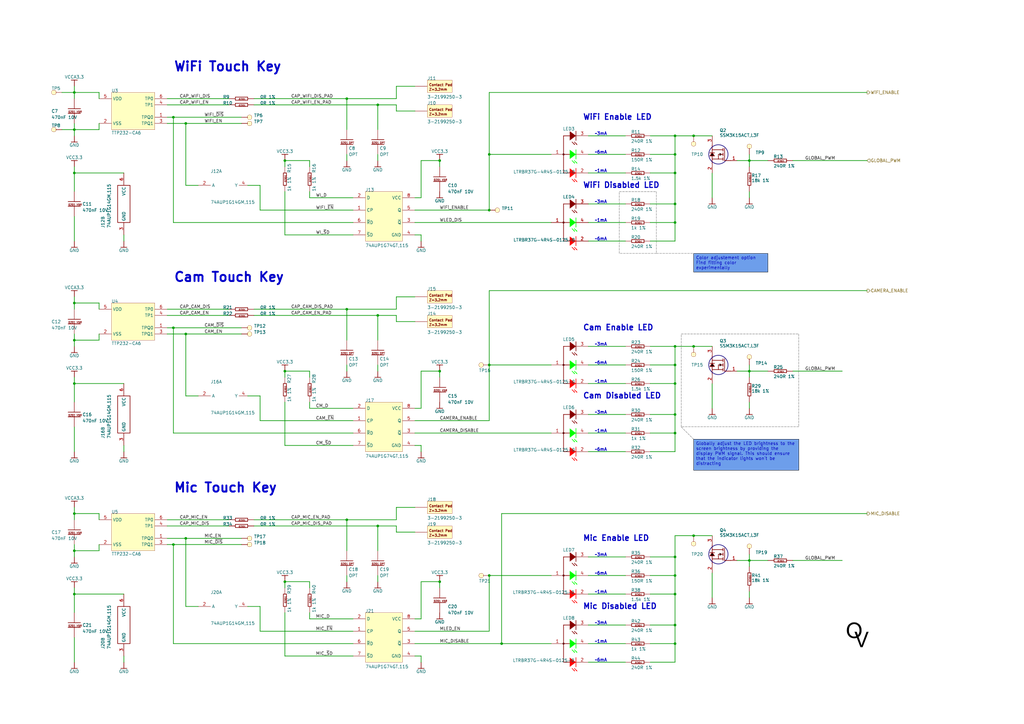
<source format=kicad_sch>
(kicad_sch (version 20231120) (generator "eeschema") (generator_version "8.0")
  (paper "A3")
  (title_block (title "01 Touch Sensing Keys") (date "2024-03-14") (rev "R02") (company "OV Tech GmbH"))
  (junction (at 205.74 263.9822))
  (junction (at 76.2 136.9822))
  (junction (at 276.86 228.4222))
  (junction (at 276.86 236.0422))
  (junction (at 116.84 238.5822))
  (junction (at 30.48 157.3022))
  (junction (at 200.66 236.0422))
  (junction (at 30.48 37.9222))
  (junction (at 276.86 170.0022))
  (junction (at 284.48 55.7022))
  (junction (at 200.66 86.1822))
  (junction (at 276.86 177.6222))
  (junction (at 276.86 157.3022))
  (junction (at 30.48 70.9422))
  (junction (at 276.86 243.6622))
  (junction (at 200.66 149.6822))
  (junction (at 76.2 50.6222))
  (junction (at 142.24 40.4622))
  (junction (at 284.48 142.0622))
  (junction (at 276.86 263.9822))
  (junction (at 142.24 213.1822))
  (junction (at 154.94 129.3622))
  (junction (at 30.48 139.5222))
  (junction (at 142.24 126.8222))
  (junction (at 154.94 215.7222))
  (junction (at 180.34 65.8622))
  (junction (at 307.34 152.2222))
  (junction (at 276.86 142.0622))
  (junction (at 276.86 149.6822))
  (junction (at 276.86 55.7022))
  (junction (at 71.12 134.4422))
  (junction (at 116.84 65.8622))
  (junction (at 276.86 70.9422))
  (junction (at 30.48 210.6422))
  (junction (at 30.48 225.8822))
  (junction (at 71.12 48.0822))
  (junction (at 30.48 243.6622))
  (junction (at 276.86 256.3622))
  (junction (at 116.84 152.2222))
  (junction (at 30.48 124.2822))
  (junction (at 76.2 220.8022))
  (junction (at 71.12 223.3422))
  (junction (at 30.48 53.1622))
  (junction (at 180.34 152.2222))
  (junction (at 200.66 63.3222))
  (junction (at 180.34 238.5822))
  (junction (at 276.86 91.2622))
  (junction (at 307.34 65.8622))
  (junction (at 307.34 229.87))
  (junction (at 276.86 63.3222))
  (junction (at 154.94 43.0022))
  (junction (at 284.48 219.71))
  (junction (at 276.86 83.6422))
  (wire (pts (xy 40.64 225.8822) (xy 30.48 225.8822)) (stroke (width 0.254)))
  (wire (pts (xy 276.86 243.6622) (xy 276.86 236.0422)) (stroke (width 0.254)))
  (wire (pts (xy 307.34 78.5622) (xy 307.34 81.1022)) (stroke (width 0.254)))
  (wire (pts (xy 200.66 63.3222) (xy 226.06 63.3222)) (stroke (width 0.254)))
  (wire (pts (xy 154.94 238.5822) (xy 154.94 236.0422)) (stroke (width 0.254)))
  (wire (pts (xy 256.54 263.9822) (xy 241.3 263.9822)) (stroke (width 0.254)))
  (wire (pts (xy 241.3 243.6622) (xy 256.54 243.6622)) (stroke (width 0.254)))
  (wire (pts (xy 284.48 55.7022) (xy 292.1 55.7022)) (stroke (width 0.254)))
  (wire (pts (xy 241.3 170.0022) (xy 256.54 170.0022)) (stroke (width 0.254)))
  (wire (pts (xy 170.18 86.1822) (xy 200.66 86.1822)) (stroke (width 0.254)))
  (wire (pts (xy 172.72 81.1022) (xy 170.18 81.1022)) (stroke (width 0.254)))
  (wire (pts (xy 241.3 142.0622) (xy 256.54 142.0622)) (stroke (width 0.254)))
  (wire (pts (xy 76.2 136.9822) (xy 99.06 136.9822)) (stroke (width 0.254)))
  (wire (pts (xy 68.58 136.9822) (xy 76.2 136.9822)) (stroke (width 0.254)))
  (wire (pts (xy 71.12 223.3422) (xy 71.12 263.9822)) (stroke (width 0.254)))
  (wire (pts (xy 241.3 63.3222) (xy 256.54 63.3222)) (stroke (width 0.254)))
  (wire (pts (xy 241.3 185.2422) (xy 256.54 185.2422)) (stroke (width 0.254)))
  (wire (pts (xy 30.48 175.0822) (xy 30.48 185.2422)) (stroke (width 0.254)))
  (wire (pts (xy 276.86 98.8822) (xy 276.86 91.2622)) (stroke (width 0.254)))
  (wire (pts (xy 307.34 152.2222) (xy 314.96 152.2222)) (stroke (width 0.254)))
  (wire (pts (xy 154.94 129.3622) (xy 104.14 129.3622)) (stroke (width 0.254)))
  (wire (pts (xy 180.34 68.4022) (xy 180.34 65.8622)) (stroke (width 0.254)))
  (wire (pts (xy 162.56 126.8222) (xy 142.24 126.8222)) (stroke (width 0.254)))
  (wire (pts (xy 81.28 162.3822) (xy 76.2 162.3822)) (stroke (width 0.254)))
  (wire (pts (xy 162.56 213.1822) (xy 142.24 213.1822)) (stroke (width 0.254)))
  (wire (pts (xy 307.34 65.8622) (xy 314.96 65.8622)) (stroke (width 0.254)))
  (wire (pts (xy 30.48 139.5222) (xy 30.48 136.9822)) (stroke (width 0.254)))
  (wire (pts (xy 266.7 177.6222) (xy 276.86 177.6222)) (stroke (width 0.254)))
  (wire (pts (xy 170.18 91.2622) (xy 226.06 91.2622)) (stroke (width 0.254)))
  (wire (pts (xy 180.34 241.1222) (xy 180.34 238.5822)) (stroke (width 0.254)))
  (wire (pts (xy 116.84 68.4022) (xy 116.84 65.8622)) (stroke (width 0.254)))
  (wire (pts (xy 172.72 185.2422) (xy 172.72 182.7022)) (stroke (width 0.254)))
  (wire (pts (xy 276.86 271.6022) (xy 276.86 263.9822)) (stroke (width 0.254)))
  (polyline (pts (xy 269.24 78.5622) (xy 269.24 103.9622)) (stroke (width 0.0254) (type dash) (color 0 0 0 1)))
  (wire (pts (xy 200.66 37.9222) (xy 355.6 37.9222)) (stroke (width 0.254)))
  (wire (pts (xy 266.7 98.8822) (xy 276.86 98.8822)) (stroke (width 0.254)))
  (wire (pts (xy 302.26 65.8622) (xy 307.34 65.8622)) (stroke (width 0.254)))
  (wire (pts (xy 68.58 215.7222) (xy 93.98 215.7222)) (stroke (width 0.254)))
  (wire (pts (xy 30.48 243.6622) (xy 50.8 243.6622)) (stroke (width 0.254)))
  (wire (pts (xy 200.66 149.6822) (xy 200.66 119.2022)) (stroke (width 0.254)))
  (wire (pts (xy 325.12 152.2222) (xy 345.44 152.2222)) (stroke (width 0.254)))
  (wire (pts (xy 162.56 43.0022) (xy 154.94 43.0022)) (stroke (width 0.254)))
  (wire (pts (xy 276.86 263.9822) (xy 276.86 256.3622)) (stroke (width 0.254)))
  (wire (pts (xy 292.1 70.9422) (xy 292.1 81.1022)) (stroke (width 0.254)))
  (wire (pts (xy 205.74 210.6422) (xy 355.6 210.6422)) (stroke (width 0.254)))
  (wire (pts (xy 276.86 177.6222) (xy 276.86 170.0022)) (stroke (width 0.254)))
  (wire (pts (xy 40.64 223.3422) (xy 40.64 225.8822)) (stroke (width 0.254)))
  (wire (pts (xy 276.86 219.71) (xy 284.48 219.71)) (stroke (width 0.254)))
  (wire (pts (xy 266.7 271.6022) (xy 276.86 271.6022)) (stroke (width 0.254)))
  (wire (pts (xy 266.7 149.6822) (xy 276.86 149.6822)) (stroke (width 0.254)))
  (polyline (pts (xy 279.4 175.0822) (xy 279.4 136.9822)) (stroke (width 0.0254) (type dash) (color 0 0 0 1)))
  (wire (pts (xy 76.2 220.8022) (xy 76.2 248.7422)) (stroke (width 0.254)))
  (wire (pts (xy 162.56 129.3622) (xy 154.94 129.3622)) (stroke (width 0.254)))
  (wire (pts (xy 50.8 185.2422) (xy 50.8 182.7022)) (stroke (width 0.254)))
  (wire (pts (xy 241.3 83.6422) (xy 256.54 83.6422)) (stroke (width 0.254)))
  (wire (pts (xy 266.7 185.2422) (xy 276.86 185.2422)) (stroke (width 0.254)))
  (wire (pts (xy 116.84 182.7022) (xy 144.78 182.7022)) (stroke (width 0.254)))
  (wire (pts (xy 284.48 142.0622) (xy 292.1 142.0622)) (stroke (width 0.254)))
  (wire (pts (xy 162.56 121.7422) (xy 162.56 126.8222)) (stroke (width 0.254)))
  (wire (pts (xy 162.56 215.7222) (xy 154.94 215.7222)) (stroke (width 0.254)))
  (wire (pts (xy 71.12 223.3422) (xy 99.06 223.3422)) (stroke (width 0.254)))
  (wire (pts (xy 170.18 45.5422) (xy 162.56 45.5422)) (stroke (width 0.254)))
  (wire (pts (xy 284.48 219.71) (xy 292.1 219.71)) (stroke (width 0.254)))
  (polyline (pts (xy 254 78.5622) (xy 269.24 78.5622)) (stroke (width 0.0254) (type dash) (color 0 0 0 1)))
  (wire (pts (xy 162.56 35.3822) (xy 162.56 40.4622)) (stroke (width 0.254)))
  (wire (pts (xy 68.58 48.0822) (xy 71.12 48.0822)) (stroke (width 0.254)))
  (wire (pts (xy 127 253.8222) (xy 127 251.2822)) (stroke (width 0.254)))
  (wire (pts (xy 266.7 263.9822) (xy 276.86 263.9822)) (stroke (width 0.254)))
  (wire (pts (xy 30.48 251.2822) (xy 30.48 243.6622)) (stroke (width 0.254)))
  (wire (pts (xy 241.3 256.3622) (xy 256.54 256.3622)) (stroke (width 0.254)))
  (wire (pts (xy 116.84 241.1222) (xy 116.84 238.5822)) (stroke (width 0.254)))
  (wire (pts (xy 266.7 243.6622) (xy 276.86 243.6622)) (stroke (width 0.254)))
  (wire (pts (xy 30.48 68.4022) (xy 30.48 70.9422)) (stroke (width 0.254)))
  (wire (pts (xy 116.84 251.2822) (xy 116.84 269.0622)) (stroke (width 0.254)))
  (wire (pts (xy 71.12 134.4422) (xy 99.06 134.4422)) (stroke (width 0.254)))
  (wire (pts (xy 68.58 129.3622) (xy 93.98 129.3622)) (stroke (width 0.254)))
  (wire (pts (xy 276.86 55.7022) (xy 266.7 55.7022)) (stroke (width 0.254)))
  (wire (pts (xy 71.12 263.9822) (xy 144.78 263.9822)) (stroke (width 0.254)))
  (wire (pts (xy 30.48 210.6422) (xy 30.48 208.1022)) (stroke (width 0.254)))
  (wire (pts (xy 40.64 40.4622) (xy 40.64 37.9222)) (stroke (width 0.254)))
  (wire (pts (xy 142.24 213.1822) (xy 104.14 213.1822)) (stroke (width 0.254)))
  (wire (pts (xy 241.3 157.3022) (xy 256.54 157.3022)) (stroke (width 0.254)))
  (wire (pts (xy 40.64 50.6222) (xy 40.64 53.1622)) (stroke (width 0.254)))
  (wire (pts (xy 205.74 263.9822) (xy 226.06 263.9822)) (stroke (width 0.254)))
  (wire (pts (xy 71.12 48.0822) (xy 99.06 48.0822)) (stroke (width 0.254)))
  (wire (pts (xy 172.72 96.3422) (xy 170.18 96.3422)) (stroke (width 0.254)))
  (polyline (pts (xy 269.24 103.9622) (xy 254 103.9622)) (stroke (width 0.0254) (type dash) (color 0 0 0 1)))
  (wire (pts (xy 170.18 263.9822) (xy 205.74 263.9822)) (stroke (width 0.254)))
  (wire (pts (xy 200.66 258.9022) (xy 200.66 236.0422)) (stroke (width 0.254)))
  (wire (pts (xy 93.98 126.8222) (xy 68.58 126.8222)) (stroke (width 0.254)))
  (wire (pts (xy 144.78 91.2622) (xy 71.12 91.2622)) (stroke (width 0.254)))
  (wire (pts (xy 307.34 152.2222) (xy 307.34 154.7622)) (stroke (width 0.254)))
  (wire (pts (xy 50.8 271.6022) (xy 50.8 269.0622)) (stroke (width 0.254)))
  (wire (pts (xy 40.64 53.1622) (xy 30.48 53.1622)) (stroke (width 0.254)))
  (wire (pts (xy 30.48 53.1622) (xy 30.48 50.6222)) (stroke (width 0.254)))
  (wire (pts (xy 200.66 236.0422) (xy 226.06 236.0422)) (stroke (width 0.254)))
  (wire (pts (xy 162.56 40.4622) (xy 142.24 40.4622)) (stroke (width 0.254)))
  (wire (pts (xy 170.18 131.9022) (xy 162.56 131.9022)) (stroke (width 0.254)))
  (wire (pts (xy 154.94 152.2222) (xy 154.94 149.6822)) (stroke (width 0.254)))
  (wire (pts (xy 127 167.4622) (xy 127 164.9222)) (stroke (width 0.254)))
  (wire (pts (xy 266.7 70.9422) (xy 276.86 70.9422)) (stroke (width 0.254)))
  (polyline (pts (xy 279.4 136.9822) (xy 327.66 136.9822)) (stroke (width 0.0254) (type dash) (color 0 0 0 1)))
  (wire (pts (xy 116.84 96.3422) (xy 144.78 96.3422)) (stroke (width 0.254)))
  (wire (pts (xy 106.68 86.1822) (xy 106.68 76.0222)) (stroke (width 0.254)))
  (wire (pts (xy 68.58 223.3422) (xy 71.12 223.3422)) (stroke (width 0.254)))
  (wire (pts (xy 71.12 177.6222) (xy 71.12 134.4422)) (stroke (width 0.254)))
  (wire (pts (xy 241.3 228.4222) (xy 256.54 228.4222)) (stroke (width 0.254)))
  (wire (pts (xy 162.56 218.2622) (xy 162.56 215.7222)) (stroke (width 0.254)))
  (wire (pts (xy 93.98 213.1822) (xy 68.58 213.1822)) (stroke (width 0.254)))
  (wire (pts (xy 68.58 50.6222) (xy 76.2 50.6222)) (stroke (width 0.254)))
  (wire (pts (xy 40.64 139.5222) (xy 30.48 139.5222)) (stroke (width 0.254)))
  (wire (pts (xy 30.48 241.1222) (xy 30.48 243.6622)) (stroke (width 0.254)))
  (wire (pts (xy 116.84 164.9222) (xy 116.84 182.7022)) (stroke (width 0.254)))
  (wire (pts (xy 276.86 170.0022) (xy 266.7 170.0022)) (stroke (width 0.254)))
  (wire (pts (xy 142.24 225.8822) (xy 142.24 213.1822)) (stroke (width 0.254)))
  (wire (pts (xy 144.78 258.9022) (xy 106.68 258.9022)) (stroke (width 0.254)))
  (polyline (pts (xy 327.66 136.9822) (xy 327.66 175.0822)) (stroke (width 0.0254) (type dash) (color 0 0 0 1)))
  (wire (pts (xy 276.86 157.3022) (xy 276.86 149.6822)) (stroke (width 0.254)))
  (wire (pts (xy 40.64 213.1822) (xy 40.64 210.6422)) (stroke (width 0.254)))
  (wire (pts (xy 154.94 139.5222) (xy 154.94 129.3622)) (stroke (width 0.254)))
  (wire (pts (xy 142.24 53.1622) (xy 142.24 40.4622)) (stroke (width 0.254)))
  (polyline (pts (xy 254 103.9622) (xy 254 78.5622)) (stroke (width 0.0254) (type dash) (color 0 0 0 1)))
  (wire (pts (xy 30.48 210.6422) (xy 30.48 213.1822)) (stroke (width 0.254)))
  (wire (pts (xy 142.24 126.8222) (xy 104.14 126.8222)) (stroke (width 0.254)))
  (wire (pts (xy 127 152.2222) (xy 116.84 152.2222)) (stroke (width 0.254)))
  (wire (pts (xy 50.8 98.8822) (xy 50.8 96.3422)) (stroke (width 0.254)))
  (wire (pts (xy 81.28 76.0222) (xy 76.2 76.0222)) (stroke (width 0.254)))
  (wire (pts (xy 172.72 269.0622) (xy 170.18 269.0622)) (stroke (width 0.254)))
  (wire (pts (xy 127 65.8622) (xy 116.84 65.8622)) (stroke (width 0.254)))
  (wire (pts (xy 276.86 185.2422) (xy 276.86 177.6222)) (stroke (width 0.254)))
  (wire (pts (xy 30.48 124.2822) (xy 30.48 121.7422)) (stroke (width 0.254)))
  (wire (pts (xy 142.24 152.2222) (xy 142.24 149.6822)) (stroke (width 0.254)))
  (wire (pts (xy 180.34 154.7622) (xy 180.34 152.2222)) (stroke (width 0.254)))
  (wire (pts (xy 76.2 76.0222) (xy 76.2 50.6222)) (stroke (width 0.254)))
  (wire (pts (xy 276.86 83.6422) (xy 276.86 70.9422)) (stroke (width 0.254)))
  (wire (pts (xy 172.72 167.4622) (xy 170.18 167.4622)) (stroke (width 0.254)))
  (wire (pts (xy 93.98 40.4622) (xy 68.58 40.4622)) (stroke (width 0.254)))
  (wire (pts (xy 241.3 98.8822) (xy 256.54 98.8822)) (stroke (width 0.254)))
  (wire (pts (xy 307.34 164.9222) (xy 307.34 167.4622)) (stroke (width 0.254)))
  (wire (pts (xy 170.18 121.7422) (xy 162.56 121.7422)) (stroke (width 0.254)))
  (wire (pts (xy 40.64 210.6422) (xy 30.48 210.6422)) (stroke (width 0.254)))
  (wire (pts (xy 106.68 172.5422) (xy 106.68 162.3822)) (stroke (width 0.254)))
  (wire (pts (xy 276.86 142.0622) (xy 284.48 142.0622)) (stroke (width 0.254)))
  (wire (pts (xy 116.84 78.5622) (xy 116.84 96.3422)) (stroke (width 0.254)))
  (wire (pts (xy 162.56 208.1022) (xy 162.56 213.1822)) (stroke (width 0.254)))
  (wire (pts (xy 307.34 227.33) (xy 307.34 229.87)) (stroke (width 0.254)))
  (wire (pts (xy 276.86 142.0622) (xy 266.7 142.0622)) (stroke (width 0.254)))
  (wire (pts (xy 40.64 126.8222) (xy 40.64 124.2822)) (stroke (width 0.254)))
  (wire (pts (xy 172.72 98.8822) (xy 172.72 96.3422)) (stroke (width 0.254)))
  (wire (pts (xy 172.72 152.2222) (xy 172.72 167.4622)) (stroke (width 0.254)))
  (wire (pts (xy 276.86 70.9422) (xy 276.86 63.3222)) (stroke (width 0.254)))
  (wire (pts (xy 200.66 119.2022) (xy 355.6 119.2022)) (stroke (width 0.254)))
  (wire (pts (xy 30.48 225.8822) (xy 30.48 223.3422)) (stroke (width 0.254)))
  (wire (pts (xy 154.94 215.7222) (xy 104.14 215.7222)) (stroke (width 0.254)))
  (wire (pts (xy 30.48 225.8822) (xy 30.48 228.4222)) (stroke (width 0.254)))
  (wire (pts (xy 276.86 55.7022) (xy 284.48 55.7022)) (stroke (width 0.254)))
  (wire (pts (xy 68.58 43.0022) (xy 93.98 43.0022)) (stroke (width 0.254)))
  (wire (pts (xy 127 68.4022) (xy 127 65.8622)) (stroke (width 0.254)))
  (wire (pts (xy 127 241.1222) (xy 127 238.5822)) (stroke (width 0.254)))
  (wire (pts (xy 180.34 152.2222) (xy 172.72 152.2222)) (stroke (width 0.254)))
  (wire (pts (xy 76.2 248.7422) (xy 81.28 248.7422)) (stroke (width 0.254)))
  (wire (pts (xy 127 154.7622) (xy 127 152.2222)) (stroke (width 0.254)))
  (wire (pts (xy 106.68 258.9022) (xy 106.68 248.7422)) (stroke (width 0.254)))
  (wire (pts (xy 276.86 256.3622) (xy 276.86 243.6622)) (stroke (width 0.254)))
  (wire (pts (xy 30.48 70.9422) (xy 50.8 70.9422)) (stroke (width 0.254)))
  (wire (pts (xy 276.86 228.4222) (xy 266.7 228.4222)) (stroke (width 0.254)))
  (wire (pts (xy 266.7 91.2622) (xy 276.86 91.2622)) (stroke (width 0.254)))
  (wire (pts (xy 127 78.5622) (xy 127 81.1022)) (stroke (width 0.254)))
  (wire (pts (xy 172.72 238.5822) (xy 172.72 253.8222)) (stroke (width 0.254)))
  (wire (pts (xy 170.18 258.9022) (xy 200.66 258.9022)) (stroke (width 0.254)))
  (wire (pts (xy 40.64 136.9822) (xy 40.64 139.5222)) (stroke (width 0.254)))
  (wire (pts (xy 307.34 63.3222) (xy 307.34 65.8622)) (stroke (width 0.254)))
  (wire (pts (xy 170.18 177.6222) (xy 226.06 177.6222)) (stroke (width 0.254)))
  (wire (pts (xy 307.34 229.87) (xy 314.96 229.87)) (stroke (width 0.254)))
  (wire (pts (xy 241.3 271.6022) (xy 256.54 271.6022)) (stroke (width 0.254)))
  (wire (pts (xy 172.72 253.8222) (xy 170.18 253.8222)) (stroke (width 0.254)))
  (wire (pts (xy 116.84 154.7622) (xy 116.84 152.2222)) (stroke (width 0.254)))
  (wire (pts (xy 154.94 65.8622) (xy 154.94 63.3222)) (stroke (width 0.254)))
  (wire (pts (xy 200.66 149.6822) (xy 226.06 149.6822)) (stroke (width 0.254)))
  (wire (pts (xy 25.4 37.9222) (xy 30.48 37.9222)) (stroke (width 0.254)))
  (wire (pts (xy 200.66 63.3222) (xy 200.66 37.9222)) (stroke (width 0.254)))
  (wire (pts (xy 276.86 91.2622) (xy 276.86 83.6422)) (stroke (width 0.254)))
  (wire (pts (xy 30.48 157.3022) (xy 50.8 157.3022)) (stroke (width 0.254)))
  (wire (pts (xy 307.34 229.87) (xy 307.34 232.41)) (stroke (width 0.254)))
  (wire (pts (xy 172.72 271.6022) (xy 172.72 269.0622)) (stroke (width 0.254)))
  (wire (pts (xy 30.48 154.7622) (xy 30.48 157.3022)) (stroke (width 0.254)))
  (wire (pts (xy 256.54 91.2622) (xy 241.3 91.2622)) (stroke (width 0.254)))
  (wire (pts (xy 302.26 229.87) (xy 307.34 229.87)) (stroke (width 0.254)))
  (wire (pts (xy 76.2 220.8022) (xy 99.06 220.8022)) (stroke (width 0.254)))
  (wire (pts (xy 266.7 63.3222) (xy 276.86 63.3222)) (stroke (width 0.254)))
  (wire (pts (xy 127 81.1022) (xy 144.78 81.1022)) (stroke (width 0.254)))
  (wire (pts (xy 30.48 37.9222) (xy 30.48 40.4622)) (stroke (width 0.254)))
  (wire (pts (xy 154.94 53.1622) (xy 154.94 43.0022)) (stroke (width 0.254)))
  (wire (pts (xy 200.66 172.5422) (xy 200.66 149.6822)) (stroke (width 0.254)))
  (wire (pts (xy 76.2 162.3822) (xy 76.2 136.9822)) (stroke (width 0.254)))
  (wire (pts (xy 106.68 76.0222) (xy 101.6 76.0222)) (stroke (width 0.254)))
  (wire (pts (xy 302.26 152.2222) (xy 307.34 152.2222)) (stroke (width 0.254)))
  (polyline (pts (xy 279.4 175.0822) (xy 284.48 180.1622)) (stroke (width 0.0254) (type dash) (color 0 0 0 1)))
  (wire (pts (xy 307.34 149.6822) (xy 307.34 152.2222)) (stroke (width 0.254)))
  (wire (pts (xy 30.48 139.5222) (xy 30.48 142.0622)) (stroke (width 0.254)))
  (wire (pts (xy 25.4 53.1622) (xy 30.48 53.1622)) (stroke (width 0.254)))
  (polyline (pts (xy 327.66 175.0822) (xy 279.4 175.0822)) (stroke (width 0.0254) (type dash) (color 0 0 0 1)))
  (wire (pts (xy 144.78 172.5422) (xy 106.68 172.5422)) (stroke (width 0.254)))
  (wire (pts (xy 170.18 172.5422) (xy 200.66 172.5422)) (stroke (width 0.254)))
  (wire (pts (xy 142.24 40.4622) (xy 104.14 40.4622)) (stroke (width 0.254)))
  (wire (pts (xy 30.48 164.9222) (xy 30.48 157.3022)) (stroke (width 0.254)))
  (wire (pts (xy 142.24 238.5822) (xy 142.24 236.0422)) (stroke (width 0.254)))
  (wire (pts (xy 172.72 182.7022) (xy 170.18 182.7022)) (stroke (width 0.254)))
  (wire (pts (xy 170.18 208.1022) (xy 162.56 208.1022)) (stroke (width 0.254)))
  (wire (pts (xy 127 238.5822) (xy 116.84 238.5822)) (stroke (width 0.254)))
  (wire (pts (xy 106.68 162.3822) (xy 101.6 162.3822)) (stroke (width 0.254)))
  (wire (pts (xy 276.86 256.3622) (xy 266.7 256.3622)) (stroke (width 0.254)))
  (wire (pts (xy 144.78 86.1822) (xy 106.68 86.1822)) (stroke (width 0.254)))
  (wire (pts (xy 68.58 134.4422) (xy 71.12 134.4422)) (stroke (width 0.254)))
  (wire (pts (xy 40.64 37.9222) (xy 30.48 37.9222)) (stroke (width 0.254)))
  (wire (pts (xy 307.34 65.8622) (xy 307.34 68.4022)) (stroke (width 0.254)))
  (wire (pts (xy 241.3 70.9422) (xy 256.54 70.9422)) (stroke (width 0.254)))
  (wire (pts (xy 30.48 124.2822) (xy 30.48 126.8222)) (stroke (width 0.254)))
  (wire (pts (xy 241.3 149.6822) (xy 256.54 149.6822)) (stroke (width 0.254)))
  (wire (pts (xy 170.18 35.3822) (xy 162.56 35.3822)) (stroke (width 0.254)))
  (wire (pts (xy 292.1 234.95) (xy 292.1 245.11)) (stroke (width 0.254)))
  (wire (pts (xy 30.48 88.7222) (xy 30.48 98.8822)) (stroke (width 0.254)))
  (wire (pts (xy 154.94 43.0022) (xy 104.14 43.0022)) (stroke (width 0.254)))
  (wire (pts (xy 30.48 53.1622) (xy 30.48 55.7022)) (stroke (width 0.254)))
  (wire (pts (xy 116.84 269.0622) (xy 144.78 269.0622)) (stroke (width 0.254)))
  (wire (pts (xy 241.3 55.7022) (xy 256.54 55.7022)) (stroke (width 0.254)))
  (wire (pts (xy 30.48 37.9222) (xy 30.48 35.3822)) (stroke (width 0.254)))
  (wire (pts (xy 180.34 238.5822) (xy 172.72 238.5822)) (stroke (width 0.254)))
  (wire (pts (xy 205.74 263.9822) (xy 205.74 210.6422)) (stroke (width 0.254)))
  (wire (pts (xy 276.86 63.3222) (xy 276.86 55.7022)) (stroke (width 0.254)))
  (wire (pts (xy 144.78 177.6222) (xy 71.12 177.6222)) (stroke (width 0.254)))
  (wire (pts (xy 162.56 45.5422) (xy 162.56 43.0022)) (stroke (width 0.254)))
  (wire (pts (xy 266.7 236.0422) (xy 276.86 236.0422)) (stroke (width 0.254)))
  (wire (pts (xy 307.34 242.57) (xy 307.34 245.11)) (stroke (width 0.254)))
  (wire (pts (xy 276.86 149.6822) (xy 276.86 142.0622)) (stroke (width 0.254)))
  (wire (pts (xy 30.48 261.4422) (xy 30.48 271.6022)) (stroke (width 0.254)))
  (wire (pts (xy 144.78 167.4622) (xy 127 167.4622)) (stroke (width 0.254)))
  (wire (pts (xy 266.7 157.3022) (xy 276.86 157.3022)) (stroke (width 0.254)))
  (wire (pts (xy 325.12 65.8622) (xy 355.6 65.8622)) (stroke (width 0.254)))
  (wire (pts (xy 40.64 124.2822) (xy 30.48 124.2822)) (stroke (width 0.254)))
  (wire (pts (xy 68.58 220.8022) (xy 76.2 220.8022)) (stroke (width 0.254)))
  (wire (pts (xy 200.66 86.1822) (xy 200.66 63.3222)) (stroke (width 0.254)))
  (wire (pts (xy 154.94 225.8822) (xy 154.94 215.7222)) (stroke (width 0.254)))
  (wire (pts (xy 142.24 65.8622) (xy 142.24 63.3222)) (stroke (width 0.254)))
  (wire (pts (xy 325.12 229.87) (xy 345.44 229.87)) (stroke (width 0.254)))
  (wire (pts (xy 30.48 78.5622) (xy 30.48 70.9422)) (stroke (width 0.254)))
  (wire (pts (xy 256.54 177.6222) (xy 241.3 177.6222)) (stroke (width 0.254)))
  (wire (pts (xy 170.18 218.2622) (xy 162.56 218.2622)) (stroke (width 0.254)))
  (wire (pts (xy 71.12 91.2622) (xy 71.12 48.0822)) (stroke (width 0.254)))
  (wire (pts (xy 276.86 219.71) (xy 276.86 228.4222)) (stroke (width 0.254)))
  (wire (pts (xy 106.68 248.7422) (xy 101.6 248.7422)) (stroke (width 0.254)))
  (wire (pts (xy 241.3 236.0422) (xy 256.54 236.0422)) (stroke (width 0.254)))
  (wire (pts (xy 276.86 170.0022) (xy 276.86 157.3022)) (stroke (width 0.254)))
  (wire (pts (xy 144.78 253.8222) (xy 127 253.8222)) (stroke (width 0.254)))
  (wire (pts (xy 180.34 65.8622) (xy 172.72 65.8622)) (stroke (width 0.254)))
  (wire (pts (xy 172.72 65.8622) (xy 172.72 81.1022)) (stroke (width 0.254)))
  (wire (pts (xy 292.1 157.3022) (xy 292.1 167.4622)) (stroke (width 0.254)))
  (wire (pts (xy 276.86 236.0422) (xy 276.86 228.4222)) (stroke (width 0.254)))
  (wire (pts (xy 142.24 139.5222) (xy 142.24 126.8222)) (stroke (width 0.254)))
  (wire (pts (xy 76.2 50.6222) (xy 99.06 50.6222)) (stroke (width 0.254)))
  (wire (pts (xy 162.56 131.9022) (xy 162.56 129.3622)) (stroke (width 0.254)))
  (wire (pts (xy 276.86 83.6422) (xy 266.7 83.6422)) (stroke (width 0.254)))
  (polyline (pts (xy 269.24 103.9622) (xy 284.48 103.9622)) (stroke (width 0.0254) (type dash) (color 0 0 0 1)))
  (image (at 351.79 260.35) (scale 0.0525751))
  (text_box "Color adjustement option\nFind fitting color experimentally" (at 314.96 103.9622 0) (size -30.48 7.62) (stroke (width 0) (color 0 0 0 1)) (fill (type color) (color 109 158 235 1)) (effects (font (size 1.27 1.27)) (justify left top)))
  (text_box "Globally adjust the LED brightness to the screen brightness by providing the display PWM signal. This should ensure that the indicator lights won´t be distracting" (at 327.66 180.1622 0) (size -43.18 12.7) (stroke (width 0) (color 0 0 0 1)) (fill (type color) (color 109 158 235 1)) (effects (font (size 1.27 1.27)) (justify left top)))
  (text "~3mA" (at 243.84 256.3622 0) (effects (font (size 1.27 1.27) (bold yes)) (justify left bottom)))
  (text "~1mA" (at 243.84 263.9822 0) (effects (font (size 1.27 1.27) (bold yes)) (justify left bottom)))
  (text "~3mA" (at 243.84 170.0022 0) (effects (font (size 1.27 1.27) (bold yes)) (justify left bottom)))
  (text "~1mA" (at 243.84 91.2622 0) (effects (font (size 1.27 1.27) (bold yes)) (justify left bottom)))
  (text "~6mA" (at 243.84 149.6822 0) (effects (font (size 1.27 1.27) (bold yes)) (justify left bottom)))
  (text "WiFi Enable LED" (at 239.014 46.8122 0) (effects (font (size 2.286 2.286) (bold yes)) (justify left top)))
  (text "~1mA" (at 243.84 243.6622 0) (effects (font (size 1.27 1.27) (bold yes)) (justify left bottom)))
  (text "Mic Touch Key" (at 71.12 197.9422 0) (effects (font (size 3.81 3.81) (bold yes)) (justify left top)))
  (text "~3mA" (at 243.84 83.6422 0) (effects (font (size 1.27 1.27) (bold yes)) (justify left bottom)))
  (text "WiFi Touch Key" (at 71.12 25.2222 0) (effects (font (size 3.81 3.81) (bold yes)) (justify left top)))
  (text "Mic Enable LED" (at 239.014 219.5322 0) (effects (font (size 2.286 2.286) (bold yes)) (justify left top)))
  (text "~6mA" (at 243.84 271.6022 0) (effects (font (size 1.27 1.27) (bold yes)) (justify left bottom)))
  (text "~1mA" (at 243.84 157.3022 0) (effects (font (size 1.27 1.27) (bold yes)) (justify left bottom)))
  (text "~6mA" (at 243.84 185.2422 0) (effects (font (size 1.27 1.27) (bold yes)) (justify left bottom)))
  (text "~1mA" (at 243.84 177.6222 0) (effects (font (size 1.27 1.27) (bold yes)) (justify left bottom)))
  (text "Cam Enable LED" (at 239.014 133.1722 0) (effects (font (size 2.286 2.286) (bold yes)) (justify left top)))
  (text "Cam Touch Key" (at 71.12 111.5822 0) (effects (font (size 3.81 3.81) (bold yes)) (justify left top)))
  (text "Mic Disabled LED" (at 239.014 247.4722 0) (effects (font (size 2.286 2.286) (bold yes)) (justify left top)))
  (text "~6mA" (at 243.84 63.3222 0) (effects (font (size 1.27 1.27) (bold yes)) (justify left bottom)))
  (text "~3mA" (at 243.84 55.7022 0) (effects (font (size 1.27 1.27) (bold yes)) (justify left bottom)))
  (text "Cam Disabled LED" (at 239.014 161.1122 0) (effects (font (size 2.286 2.286) (bold yes)) (justify left top)))
  (text "~3mA" (at 243.84 142.0622 0) (effects (font (size 1.27 1.27) (bold yes)) (justify left bottom)))
  (text "~6mA" (at 243.84 98.8822 0) (effects (font (size 1.27 1.27) (bold yes)) (justify left bottom)))
  (text "~1mA" (at 243.84 70.9422 0) (effects (font (size 1.27 1.27) (bold yes)) (justify left bottom)))
  (text "WiFi Disabled LED" (at 239.014 74.7522 0) (effects (font (size 2.286 2.286) (bold yes)) (justify left top)))
  (text "~6mA" (at 243.84 236.0422 0) (effects (font (size 1.27 1.27) (bold yes)) (justify left bottom)))
  (text "~3mA" (at 243.84 228.4222 0) (effects (font (size 1.27 1.27) (bold yes)) (justify left bottom)))
  (label "CAP_WIFI_DIS" (at 73.66 40.4622 0))
  (label "WIFI_~{EN}" (at 129.54 86.1822 0))
  (label "CAP_MIC_EN_PAD" (at 119.38 213.1822 0))
  (label "WLED_DIS" (at 180.34 91.2622 0))
  (label "WIFI_~{DIS}" (at 83.82 48.0822 0))
  (label "CAP_CAM_EN" (at 73.66 129.3622 0))
  (label "MIC_~{S}D" (at 129.54 269.0622 0))
  (label "CAM_EN" (at 83.82 136.9822 0))
  (label "CAP_WIFI_EN" (at 73.66 43.0022 0))
  (label "MIC_D" (at 129.54 253.8222 0))
  (label "WiFi_ENABLE" (at 180.34 86.1822 0))
  (label "CAMERA_DISABLE" (at 180.34 177.6222 0))
  (label "WI_~{S}D" (at 129.54 96.3422 0))
  (label "CAP_CAM_EN_PAD" (at 119.38 129.3622 0))
  (label "GLOBAL_PWM" (at 330.2 229.87 0))
  (label "CAP_MIC_DIS" (at 73.66 215.7222 0))
  (label "MIC_~{EN}" (at 129.54 258.9022 0))
  (label "CAP_CAM_DIS" (at 73.66 126.8222 0))
  (label "CAM_~{EN}" (at 129.54 172.5422 0))
  (label "CAP_WIFI_DIS_PAD" (at 119.38 40.4622 0))
  (label "CAP_MIC_EN" (at 73.66 213.1822 0))
  (label "GLOBAL_PWM" (at 330.2 65.8622 0))
  (label "MIC_DISABLE" (at 180.34 263.9822 0))
  (label "WIFI_EN" (at 83.82 50.6222 0))
  (label "CAP_MIC_DIS_PAD" (at 119.38 215.7222 0))
  (label "CAM_~{DIS}" (at 83.82 134.4422 0))
  (label "CM_D" (at 129.54 167.4622 0))
  (label "MIC_~{DIS}" (at 83.82 223.3422 0))
  (label "GLOBAL_PWM" (at 330.2 152.2222 0))
  (label "CAP_CAM_DIS_PAD" (at 119.38 126.8222 0))
  (label "MIC_EN" (at 83.82 220.8022 0))
  (label "MLED_EN" (at 180.34 258.9022 0))
  (label "CAMERA_ENABLE" (at 180.34 172.5422 0))
  (label "CM_~{S}D" (at 129.54 182.7022 0))
  (label "CAP_WIFI_EN_PAD" (at 119.38 43.0022 0))
  (label "WI_D" (at 129.54 81.1022 0))
  (hierarchical_label "WiFi_ENABLE" (shape output) (at 355.6 37.9222 0))
  (hierarchical_label "MIC_DISABLE" (shape output) (at 355.6 210.6422 0))
  (hierarchical_label "CAMERA_ENABLE" (shape output) (at 355.6 119.2022 0))
  (hierarchical_label "GLOBAL_PWM" (shape input) (at 355.6 65.8622 0))
  (symbol (lib_id "WCAM-TK-PCB-R02_Raw-altium-import:U_01 Touch Sensing Keys_1_RES_0201_1k_1%") (at 127 164.9222 0) (unit 1)
    (property "Reference" "R28" (at 129.54 157.3022 90) (effects (justify left bottom)))
    (property "Value" "1k 1%" (at 129.54 164.9222 90) (effects (justify left bottom)))
    (property "Footprint" "QV_Res.pcblib:RESC0603X03L" (effects (hide yes)))
    (property "MANUFACTURER 1" "Yageo" (effects (hide yes)))
    (property "MANUFACTURER 1 PRT. NR." "RC0201FR-071KL" (effects (hide yes)))
    (property "MANUFACTURER 2" "Vishay / Dale" (effects (hide yes)))
    (property "MANUFACTURER 2 PRT. NR." "CRCW02011K00FNED" (effects (hide yes)))
  )
  (symbol (lib_id "WCAM-TK-PCB-R02_Raw-altium-import:GND_BAR") (at 172.72 98.8822 0) (unit 1)
    (property "Reference" "#PWR?" (effects (hide yes)))
    (property "Value" "GND" (at 172.72 102.6922 0))
  )
  (symbol (lib_id "WCAM-TK-PCB-R02_Raw-altium-import:U_01 Touch Sensing Keys_1_RES_0201_18k_1%") (at 307.34 164.9222 0) (unit 1)
    (property "Reference" "R29" (at 308.229 159.0802 0) (effects (justify left bottom)))
    (property "Value" "18k 1%" (at 308.229 161.1122 0) (effects (justify left bottom)))
    (property "Footprint" "QV_Res.pcblib:RESC0603X03L" (effects (hide yes)))
    (property "MANUFACTURER 1" "Panasonic" (effects (hide yes)))
    (property "MANUFACTURER 1 PRT. NR." "ERJ-1GNF1802C" (effects (hide yes)))
    (property "MANUFACTURER 2" "KOA Speer" (effects (hide yes)))
    (property "MANUFACTURER 2 PRT. NR." "RK73H1HTTC1802F" (effects (hide yes)))
  )
  (symbol (lib_id "WCAM-TK-PCB-R02_Raw-altium-import:GND_BAR") (at 30.48 98.8822 0) (unit 1)
    (property "Reference" "#PWR?" (effects (hide yes)))
    (property "Value" "GND" (at 30.48 102.6922 0))
  )
  (symbol (lib_id "WCAM-TK-PCB-R02_Raw-altium-import:GND_BAR") (at 30.48 228.4222 0) (unit 1)
    (property "Reference" "#PWR?" (effects (hide yes)))
    (property "Value" "GND" (at 30.48 232.2322 0))
  )
  (symbol (lib_id "WCAM-TK-PCB-R02_Raw-altium-import:U_01 Touch Sensing Keys_0_RES_0201_0R_1%") (at 93.98 215.7222 0) (unit 1)
    (property "Reference" "R34" (at 91.44 215.7222 0) (effects (justify left bottom)))
    (property "Value" "0R 1%" (at 106.68 215.7222 0) (effects (justify left bottom)))
    (property "Footprint" "QV_Res.pcblib:RESC0603X03L" (effects (hide yes)))
    (property "MANUFACTURER 1" "Yageo" (effects (hide yes)))
    (property "MANUFACTURER 1 PRT. NR." "RC0201FR-070RL" (effects (hide yes)))
    (property "MANUFACTURER 2" "Vishay / Dale" (effects (hide yes)))
    (property "MANUFACTURER 2 PRT. NR." "CRCW02010000Z0ED" (effects (hide yes)))
  )
  (symbol (lib_id "WCAM-TK-PCB-R02_Raw-altium-import:U_01 Touch Sensing Keys_0_Dual key capacitive touch sensing_TTP232-CA6") (at 40.64 225.8822 0) (unit 1)
    (property "Reference" "U5" (at 45.72 210.6422 0) (effects (justify left bottom)))
    (property "Value" "TTP232-CA6" (at 45.72 227.9142 0) (effects (justify left bottom)))
    (property "Footprint" "QV_Active.PcbLib:SOT95P285X126-6L" (effects (hide yes)))
    (property "MANUFACTURER 1" "Tontek Design Tech" (effects (hide yes)))
    (property "MANUFACTURER 1 PRT. NR." "TTP232-CA6" (effects (hide yes)))
  )
  (symbol (lib_id "WCAM-TK-PCB-R02_Raw-altium-import:U_01 Touch Sensing Keys_1_RES_0201_1k_1%") (at 116.84 78.5622 0) (unit 1)
    (property "Reference" "R15" (at 119.38 70.9422 90) (effects (justify left bottom)))
    (property "Value" "1k 1%" (at 119.38 78.5622 90) (effects (justify left bottom)))
    (property "Footprint" "QV_Res.pcblib:RESC0603X03L" (effects (hide yes)))
    (property "MANUFACTURER 1" "Yageo" (effects (hide yes)))
    (property "MANUFACTURER 1 PRT. NR." "RC0201FR-071KL" (effects (hide yes)))
    (property "MANUFACTURER 2" "Vishay / Dale" (effects (hide yes)))
    (property "MANUFACTURER 2 PRT. NR." "CRCW02011K00FNED" (effects (hide yes)))
  )
  (symbol (lib_id "WCAM-TK-PCB-R02_Raw-altium-import:VCC3.3_BAR") (at 30.48 68.4022 180) (unit 1)
    (property "Reference" "#PWR?" (effects (hide yes)))
    (property "Value" "VCC3.3" (at 30.48 64.5922 0))
  )
  (symbol (lib_id "WCAM-TK-PCB-R02_Raw-altium-import:U_01 Touch Sensing Keys_1_RES_0201_1k_1%") (at 127 251.2822 0) (unit 1)
    (property "Reference" "R40" (at 129.54 243.6622 90) (effects (justify left bottom)))
    (property "Value" "1k 1%" (at 129.54 251.2822 90) (effects (justify left bottom)))
    (property "Footprint" "QV_Res.pcblib:RESC0603X03L" (effects (hide yes)))
    (property "MANUFACTURER 1" "Yageo" (effects (hide yes)))
    (property "MANUFACTURER 1 PRT. NR." "RC0201FR-071KL" (effects (hide yes)))
    (property "MANUFACTURER 2" "Vishay / Dale" (effects (hide yes)))
    (property "MANUFACTURER 2 PRT. NR." "CRCW02011K00FNED" (effects (hide yes)))
  )
  (symbol (lib_id "WCAM-TK-PCB-R02_Raw-altium-import:U_01 Touch Sensing Keys_1_LED RGB Low Profile_LTRBR37G-4R4S-0125-0") (at 241.3 190.3222 0) (unit 1)
    (property "Reference" "LED6" (at 230.86 167.8432 0) (effects (justify left bottom)))
    (property "Value" "LTRBR37G-4R4S-0125-0" (at 210.54 185.2422 0) (effects (justify left bottom)))
    (property "Footprint" "QV_LED.PcbLib:LED 120X120 LTRB R37G RGB" (effects (hide yes)))
    (property "MANUFACTURER 1" "ams OSRAM" (effects (hide yes)))
    (property "MANUFACTURER 1 PRT. NR." "LTRBR37G-4R4S-0125-0" (effects (hide yes)))
  )
  (symbol (lib_id "WCAM-TK-PCB-R02_Raw-altium-import:VCCA3.3_BAR") (at 30.48 35.3822 180) (unit 1)
    (property "Reference" "#PWR?" (effects (hide yes)))
    (property "Value" "VCCA3.3" (at 30.48 31.5722 0))
  )
  (symbol (lib_id "WCAM-TK-PCB-R02_Raw-altium-import:GND_BAR") (at 154.94 238.5822 0) (unit 1)
    (property "Reference" "#PWR?" (effects (hide yes)))
    (property "Value" "GND" (at 154.94 242.3922 0))
  )
  (symbol (lib_id "WCAM-TK-PCB-R02_Raw-altium-import:U_01 Touch Sensing Keys_0_D-FLOP_SMG-W-2,0x1,2x1,25-AU") (at 144.78 98.8822 0) (unit 1)
    (property "Reference" "J13" (at 149.86 78.5622 0) (effects (justify left bottom)))
    (property "Value" "74AUP1G74GT,115" (at 149.86 101.4222 0) (effects (justify left bottom)))
    (property "Footprint" "QV_Digital.PcbLib:PSON50P100X50-8L" (effects (hide yes)))
    (property "MANUFACTURER 1" "Nexperia" (effects (hide yes)))
    (property "MANUFACTURER 1 PRT. NR." "74AUP1G74GT,115" (effects (hide yes)))
  )
  (symbol (lib_id "WCAM-TK-PCB-R02_Raw-altium-import:U_01 Touch Sensing Keys_0_Inverter_74AUP1G14GM,115") (at 48.26 269.0622 0) (unit 2)
    (property "Reference" "J20" (at 42.926 266.2682 90) (effects (justify left bottom)))
    (property "Value" "74AUP1G14GM,115" (at 45.466 266.2682 90) (effects (justify left bottom)))
    (property "Footprint" "QV_Digital.PcbLib:PSON50P140X100X50-6L" (effects (hide yes)))
    (property "MANUFACTURER 1" "Nexperia" (effects (hide yes)))
    (property "MANUFACTURER 1 PRT. NR." "74AUP1G14GM,115" (effects (hide yes)))
  )
  (symbol (lib_id "WCAM-TK-PCB-R02_Raw-altium-import:U_01 Touch Sensing Keys_0_RES_0201_0R_1%") (at 93.98 40.4622 0) (unit 1)
    (property "Reference" "R9" (at 91.44 40.4622 0) (effects (justify left bottom)))
    (property "Value" "0R 1%" (at 106.68 40.4622 0) (effects (justify left bottom)))
    (property "Footprint" "QV_Res.pcblib:RESC0603X03L" (effects (hide yes)))
    (property "MANUFACTURER 1" "Yageo" (effects (hide yes)))
    (property "MANUFACTURER 1 PRT. NR." "RC0201FR-070RL" (effects (hide yes)))
    (property "MANUFACTURER 2" "Vishay / Dale" (effects (hide yes)))
    (property "MANUFACTURER 2 PRT. NR." "CRCW02010000Z0ED" (effects (hide yes)))
  )
  (symbol (lib_id "WCAM-TK-PCB-R02_Raw-altium-import:VCC3.3_BAR") (at 116.84 65.8622 180) (unit 1)
    (property "Reference" "#PWR?" (effects (hide yes)))
    (property "Value" "VCC3.3" (at 116.84 62.0522 0))
  )
  (symbol (lib_id "WCAM-TK-PCB-R02_Raw-altium-import:U_01 Touch Sensing Keys_0_CAP_0201_OPT") (at 154.94 236.0422 0) (unit 1)
    (property "Reference" "C19" (at 155.702 234.2642 0) (effects (justify left bottom)))
    (property "Value" "OPT" (at 155.702 236.8042 0) (effects (justify left bottom)))
    (property "Footprint" "QV_Cap.pcblib:CAPC0603X03L" (effects (hide yes)))
  )
  (symbol (lib_id "WCAM-TK-PCB-R02_Raw-altium-import:U_01 Touch Sensing Keys_1_LED RGB Low Profile_LTRBR37G-4R4S-0125-0") (at 241.3 248.7422 0) (unit 1)
    (property "Reference" "LED7" (at 230.86 226.2632 0) (effects (justify left bottom)))
    (property "Value" "LTRBR37G-4R4S-0125-0" (at 210.286 243.6622 0) (effects (justify left bottom)))
    (property "Footprint" "QV_LED.PcbLib:LED 120X120 LTRB R37G RGB" (effects (hide yes)))
    (property "MANUFACTURER 1" "ams OSRAM" (effects (hide yes)))
    (property "MANUFACTURER 1 PRT. NR." "LTRBR37G-4R4S-0125-0" (effects (hide yes)))
  )
  (symbol (lib_id "WCAM-TK-PCB-R02_Raw-altium-import:U_01 Touch Sensing Keys_0_RES_0201_240R_1%") (at 256.54 142.0622 0) (unit 1)
    (property "Reference" "R23" (at 258.826 141.1732 0) (effects (justify left bottom)))
    (property "Value" "240R 1%" (at 258.826 144.9832 0) (effects (justify left bottom)))
    (property "Footprint" "QV_Res.pcblib:RESC0603X03L" (effects (hide yes)))
    (property "MANUFACTURER 1" "Yageo" (effects (hide yes)))
    (property "MANUFACTURER 1 PRT. NR." "RC0201FR-07240RL" (effects (hide yes)))
    (property "MANUFACTURER 2" "Vishay / Dale" (effects (hide yes)))
    (property "MANUFACTURER 2 PRT. NR." "CRCW0201240RFNED" (effects (hide yes)))
  )
  (symbol (lib_id "WCAM-TK-PCB-R02_Raw-altium-import:U_01 Touch Sensing Keys_0_RES_0201_240R_1%") (at 256.54 256.3622 0) (unit 1)
    (property "Reference" "R42" (at 258.826 255.4732 0) (effects (justify left bottom)))
    (property "Value" "240R 1%" (at 258.826 259.2832 0) (effects (justify left bottom)))
    (property "Footprint" "QV_Res.pcblib:RESC0603X03L" (effects (hide yes)))
    (property "MANUFACTURER 1" "Yageo" (effects (hide yes)))
    (property "MANUFACTURER 1 PRT. NR." "RC0201FR-07240RL" (effects (hide yes)))
    (property "MANUFACTURER 2" "Vishay / Dale" (effects (hide yes)))
    (property "MANUFACTURER 2 PRT. NR." "CRCW0201240RFNED" (effects (hide yes)))
  )
  (symbol (lib_id "WCAM-TK-PCB-R02_Raw-altium-import:U_01 Touch Sensing Keys_0_RES_0201_240R_1%") (at 256.54 83.6422 0) (unit 1)
    (property "Reference" "R18" (at 258.826 82.7532 0) (effects (justify left bottom)))
    (property "Value" "240R 1%" (at 258.826 86.5632 0) (effects (justify left bottom)))
    (property "Footprint" "QV_Res.pcblib:RESC0603X03L" (effects (hide yes)))
    (property "MANUFACTURER 1" "Yageo" (effects (hide yes)))
    (property "MANUFACTURER 1 PRT. NR." "RC0201FR-07240RL" (effects (hide yes)))
    (property "MANUFACTURER 2" "Vishay / Dale" (effects (hide yes)))
    (property "MANUFACTURER 2 PRT. NR." "CRCW0201240RFNED" (effects (hide yes)))
  )
  (symbol (lib_id "WCAM-TK-PCB-R02_Raw-altium-import:U_01 Touch Sensing Keys_0_CAP_0201_OPT") (at 142.24 149.6822 0) (unit 1)
    (property "Reference" "C13" (at 143.002 147.9042 0) (effects (justify left bottom)))
    (property "Value" "OPT" (at 143.002 150.4442 0) (effects (justify left bottom)))
    (property "Footprint" "QV_Cap.pcblib:CAPC0603X03L" (effects (hide yes)))
  )
  (symbol (lib_id "WCAM-TK-PCB-R02_Raw-altium-import:U_01 Touch Sensing Keys_0_RES_0201_1k_1%") (at 256.54 263.9822 0) (unit 1)
    (property "Reference" "R43" (at 258.826 263.0932 0) (effects (justify left bottom)))
    (property "Value" "1k 1%" (at 258.826 266.9032 0) (effects (justify left bottom)))
    (property "Footprint" "QV_Res.pcblib:RESC0603X03L" (effects (hide yes)))
    (property "MANUFACTURER 1" "Yageo" (effects (hide yes)))
    (property "MANUFACTURER 1 PRT. NR." "RC0201FR-071KL" (effects (hide yes)))
    (property "MANUFACTURER 2" "Vishay / Dale" (effects (hide yes)))
    (property "MANUFACTURER 2 PRT. NR." "CRCW02011K00FNED" (effects (hide yes)))
  )
  (symbol (lib_id "WCAM-TK-PCB-R02_Raw-altium-import:GND_BAR") (at 142.24 238.5822 0) (unit 1)
    (property "Reference" "#PWR?" (effects (hide yes)))
    (property "Value" "GND" (at 142.24 242.3922 0))
  )
  (symbol (lib_id "WCAM-TK-PCB-R02_Raw-altium-import:GND_BAR") (at 154.94 152.2222 0) (unit 1)
    (property "Reference" "#PWR?" (effects (hide yes)))
    (property "Value" "GND" (at 154.94 156.0322 0))
  )
  (symbol (lib_id "WCAM-TK-PCB-R02_Raw-altium-import:U_01 Touch Sensing Keys_0_RES_0201_0R_1%") (at 93.98 129.3622 0) (unit 1)
    (property "Reference" "R22" (at 91.44 129.3622 0) (effects (justify left bottom)))
    (property "Value" "0R 1%" (at 106.68 129.3622 0) (effects (justify left bottom)))
    (property "Footprint" "QV_Res.pcblib:RESC0603X03L" (effects (hide yes)))
    (property "MANUFACTURER 1" "Yageo" (effects (hide yes)))
    (property "MANUFACTURER 1 PRT. NR." "RC0201FR-070RL" (effects (hide yes)))
    (property "MANUFACTURER 2" "Vishay / Dale" (effects (hide yes)))
    (property "MANUFACTURER 2 PRT. NR." "CRCW02010000Z0ED" (effects (hide yes)))
  )
  (symbol (lib_id "WCAM-TK-PCB-R02_Raw-altium-import:U_01 Touch Sensing Keys_0_PAD_3-2199250-3") (at 170.18 35.3822 0) (unit 1)
    (property "Reference" "J11" (at 175.26 32.8422 0) (effects (justify left bottom)))
    (property "Value" "3-2199250-3" (at 175.26 40.4622 0) (effects (justify left bottom)))
    (property "Footprint" "QV_ElectroMech.PcbLib:Contact Pad_3.2mm_3-2199250-3" (effects (hide yes)))
    (property "MANUFACTURER 1" "TE Connectivity" (effects (hide yes)))
    (property "MANUFACTURER 1 PRT. NR." "3-2199250-3" (effects (hide yes)))
  )
  (symbol (lib_id "WCAM-TK-PCB-R02_Raw-altium-import:U_01 Touch Sensing Keys_1_LED RGB Low Profile_LTRBR37G-4R4S-0125-0") (at 241.3 162.3822 0) (unit 1)
    (property "Reference" "LED5" (at 230.86 139.9032 0) (effects (justify left bottom)))
    (property "Value" "LTRBR37G-4R4S-0125-0" (at 210.54 157.3022 0) (effects (justify left bottom)))
    (property "Footprint" "QV_LED.PcbLib:LED 120X120 LTRB R37G RGB" (effects (hide yes)))
    (property "MANUFACTURER 1" "ams OSRAM" (effects (hide yes)))
    (property "MANUFACTURER 1 PRT. NR." "LTRBR37G-4R4S-0125-0" (effects (hide yes)))
  )
  (symbol (lib_id "WCAM-TK-PCB-R02_Raw-altium-import:U_01 Touch Sensing Keys_0_PAD_3-2199250-3") (at 170.18 121.7422 0) (unit 1)
    (property "Reference" "J15" (at 175.26 119.2022 0) (effects (justify left bottom)))
    (property "Value" "3-2199250-3" (at 175.26 126.8222 0) (effects (justify left bottom)))
    (property "Footprint" "QV_ElectroMech.PcbLib:Contact Pad_3.2mm_3-2199250-3" (effects (hide yes)))
    (property "MANUFACTURER 1" "TE Connectivity" (effects (hide yes)))
    (property "MANUFACTURER 1 PRT. NR." "3-2199250-3" (effects (hide yes)))
  )
  (symbol (lib_id "WCAM-TK-PCB-R02_Raw-altium-import:U_01 Touch Sensing Keys_3_Testpoint 0.5mm") (at 284.48 55.7022 0) (unit 1)
    (property "Reference" "TP10" (at 283.528 64.0202 0) (effects (justify left bottom)))
    (property "Value" "Testpoint 0.5mm" (effects (hide yes)))
    (property "Footprint" "QV_ElectroMech.PcbLib:TP_0.50mm" (effects (hide yes)))
  )
  (symbol (lib_id "WCAM-TK-PCB-R02_Raw-altium-import:U_01 Touch Sensing Keys_0_RES_0201_240R_1%") (at 314.96 152.2222 0) (unit 1)
    (property "Reference" "R25" (at 317.246 151.3332 0) (effects (justify left bottom)))
    (property "Value" "240R 1%" (at 317.246 155.1432 0) (effects (justify left bottom)))
    (property "Footprint" "QV_Res.pcblib:RESC0603X03L" (effects (hide yes)))
    (property "MANUFACTURER 1" "Yageo" (effects (hide yes)))
    (property "MANUFACTURER 1 PRT. NR." "RC0201FR-07240RL" (effects (hide yes)))
    (property "MANUFACTURER 2" "Vishay / Dale" (effects (hide yes)))
    (property "MANUFACTURER 2 PRT. NR." "CRCW0201240RFNED" (effects (hide yes)))
  )
  (symbol (lib_id "WCAM-TK-PCB-R02_Raw-altium-import:GND_BAR") (at 30.48 142.0622 0) (unit 1)
    (property "Reference" "#PWR?" (effects (hide yes)))
    (property "Value" "GND" (at 30.48 145.8722 0))
  )
  (symbol (lib_id "WCAM-TK-PCB-R02_Raw-altium-import:GND_BAR") (at 292.1 81.1022 0) (unit 1)
    (property "Reference" "#PWR?" (effects (hide yes)))
    (property "Value" "GND" (at 292.1 84.9122 0))
  )
  (symbol (lib_id "WCAM-TK-PCB-R02_Raw-altium-import:U_01 Touch Sensing Keys_1_LED RGB Low Profile_LTRBR37G-4R4S-0125-0") (at 241.3 276.6822 0) (unit 1)
    (property "Reference" "LED8" (at 230.86 254.2032 0) (effects (justify left bottom)))
    (property "Value" "LTRBR37G-4R4S-0125-0" (at 210.286 271.6022 0) (effects (justify left bottom)))
    (property "Footprint" "QV_LED.PcbLib:LED 120X120 LTRB R37G RGB" (effects (hide yes)))
    (property "MANUFACTURER 1" "ams OSRAM" (effects (hide yes)))
    (property "MANUFACTURER 1 PRT. NR." "LTRBR37G-4R4S-0125-0" (effects (hide yes)))
  )
  (symbol (lib_id "WCAM-TK-PCB-R02_Raw-altium-import:GND_BAR") (at 180.34 78.5622 0) (unit 1)
    (property "Reference" "#PWR?" (effects (hide yes)))
    (property "Value" "GND" (at 180.34 82.3722 0))
  )
  (symbol (lib_id "WCAM-TK-PCB-R02_Raw-altium-import:U_01 Touch Sensing Keys_0_CAP_0201_470nF_10V") (at 180.34 251.2822 0) (unit 1)
    (property "Reference" "C20" (at 183.642 249.5042 0) (effects (justify left bottom)))
    (property "Value" "470nF 10V" (at 183.642 252.0442 0) (effects (justify left bottom)))
    (property "Footprint" "QV_Cap.pcblib:CAPC0603X03L" (effects (hide yes)))
    (property "MANUFACTURER 1" "Taiyo Yuden" (effects (hide yes)))
    (property "MANUFACTURER 1 PRT. NR." "LMK063BBJ474KPLF" (effects (hide yes)))
    (property "MANUFACTURER 2" "TDK" (effects (hide yes)))
    (property "MANUFACTURER 2 PRT. NR." "C0603X5R1A474M030BC" (effects (hide yes)))
  )
  (symbol (lib_id "WCAM-TK-PCB-R02_Raw-altium-import:GND_BAR") (at 292.1 245.11 0) (unit 1)
    (property "Reference" "#PWR?" (effects (hide yes)))
    (property "Value" "GND" (at 292.1 248.92 0))
  )
  (symbol (lib_id "WCAM-TK-PCB-R02_Raw-altium-import:U_01 Touch Sensing Keys_3_Testpoint 0.5mm") (at 284.48 219.71 0) (unit 1)
    (property "Reference" "TP20" (at 283.528 228.028 0) (effects (justify left bottom)))
    (property "Value" "Testpoint 0.5mm" (effects (hide yes)))
    (property "Footprint" "QV_ElectroMech.PcbLib:TP_0.50mm" (effects (hide yes)))
  )
  (symbol (lib_id "WCAM-TK-PCB-R02_Raw-altium-import:U_01 Touch Sensing Keys_0_Testpoint 0.5mm") (at 99.06 50.6222 0) (unit 1)
    (property "Reference" "TP7" (at 104.14 50.6222 0) (effects (justify left bottom)))
    (property "Value" "Testpoint 0.5mm" (effects (hide yes)))
    (property "Footprint" "QV_ElectroMech.PcbLib:TP_0.50mm" (effects (hide yes)))
  )
  (symbol (lib_id "WCAM-TK-PCB-R02_Raw-altium-import:VCC3.3_BAR") (at 30.48 241.1222 180) (unit 1)
    (property "Reference" "#PWR?" (effects (hide yes)))
    (property "Value" "VCC3.3" (at 30.48 237.3122 0))
  )
  (symbol (lib_id "WCAM-TK-PCB-R02_Raw-altium-import:GND_BAR") (at 180.34 251.2822 0) (unit 1)
    (property "Reference" "#PWR?" (effects (hide yes)))
    (property "Value" "GND" (at 180.34 255.0922 0))
  )
  (symbol (lib_id "WCAM-TK-PCB-R02_Raw-altium-import:U_01 Touch Sensing Keys_1_RES_0201_18k_1%") (at 307.34 78.5622 0) (unit 1)
    (property "Reference" "R17" (at 308.229 72.7202 0) (effects (justify left bottom)))
    (property "Value" "18k 1%" (at 308.229 74.7522 0) (effects (justify left bottom)))
    (property "Footprint" "QV_Res.pcblib:RESC0603X03L" (effects (hide yes)))
    (property "MANUFACTURER 1" "Panasonic" (effects (hide yes)))
    (property "MANUFACTURER 1 PRT. NR." "ERJ-1GNF1802C" (effects (hide yes)))
    (property "MANUFACTURER 2" "KOA Speer" (effects (hide yes)))
    (property "MANUFACTURER 2 PRT. NR." "RK73H1HTTC1802F" (effects (hide yes)))
  )
  (symbol (lib_id "WCAM-TK-PCB-R02_Raw-altium-import:U_01 Touch Sensing Keys_0_mirrored_N-Channel MOSFET_SSM3K15ACT,L3F") (at 304.8 65.8622 0) (unit 1)
    (property "Reference" "Q2" (at 295.148 54.1782 0) (effects (justify left bottom)))
    (property "Value" "SSM3K15ACT,L3F" (at 295.148 56.2102 0) (effects (justify left bottom)))
    (property "Footprint" "QV_Trans.PcbLib:DFN65P100X50-3L" (effects (hide yes)))
    (property "MANUFACTURER 1" "Toshiba" (effects (hide yes)))
    (property "MANUFACTURER 1 PRT. NR." "SSM3K15ACT,L3F" (effects (hide yes)))
  )
  (symbol (lib_id "WCAM-TK-PCB-R02_Raw-altium-import:U_01 Touch Sensing Keys_0_PAD_3-2199250-3") (at 170.18 208.1022 0) (unit 1)
    (property "Reference" "J18" (at 175.26 205.5622 0) (effects (justify left bottom)))
    (property "Value" "3-2199250-3" (at 175.26 213.1822 0) (effects (justify left bottom)))
    (property "Footprint" "QV_ElectroMech.PcbLib:Contact Pad_3.2mm_3-2199250-3" (effects (hide yes)))
    (property "MANUFACTURER 1" "TE Connectivity" (effects (hide yes)))
    (property "MANUFACTURER 1 PRT. NR." "3-2199250-3" (effects (hide yes)))
  )
  (symbol (lib_id "WCAM-TK-PCB-R02_Raw-altium-import:U_01 Touch Sensing Keys_0_RES_0201_240R_1%") (at 256.54 271.6022 0) (unit 1)
    (property "Reference" "R44" (at 258.826 270.7132 0) (effects (justify left bottom)))
    (property "Value" "240R 1%" (at 258.826 274.5232 0) (effects (justify left bottom)))
    (property "Footprint" "QV_Res.pcblib:RESC0603X03L" (effects (hide yes)))
    (property "MANUFACTURER 1" "Yageo" (effects (hide yes)))
    (property "MANUFACTURER 1 PRT. NR." "RC0201FR-07240RL" (effects (hide yes)))
    (property "MANUFACTURER 2" "Vishay / Dale" (effects (hide yes)))
    (property "MANUFACTURER 2 PRT. NR." "CRCW0201240RFNED" (effects (hide yes)))
  )
  (symbol (lib_id "WCAM-TK-PCB-R02_Raw-altium-import:VCC3.3_BAR") (at 30.48 154.7622 180) (unit 1)
    (property "Reference" "#PWR?" (effects (hide yes)))
    (property "Value" "VCC3.3" (at 30.48 150.9522 0))
  )
  (symbol (lib_id "WCAM-TK-PCB-R02_Raw-altium-import:U_01 Touch Sensing Keys_0_RES_0201_240R_1%") (at 256.54 228.4222 0) (unit 1)
    (property "Reference" "R35" (at 258.826 227.5332 0) (effects (justify left bottom)))
    (property "Value" "240R 1%" (at 258.826 231.3432 0) (effects (justify left bottom)))
    (property "Footprint" "QV_Res.pcblib:RESC0603X03L" (effects (hide yes)))
    (property "MANUFACTURER 1" "Yageo" (effects (hide yes)))
    (property "MANUFACTURER 1 PRT. NR." "RC0201FR-07240RL" (effects (hide yes)))
    (property "MANUFACTURER 2" "Vishay / Dale" (effects (hide yes)))
    (property "MANUFACTURER 2 PRT. NR." "CRCW0201240RFNED" (effects (hide yes)))
  )
  (symbol (lib_id "WCAM-TK-PCB-R02_Raw-altium-import:U_01 Touch Sensing Keys_1_Testpoint 0.5mm") (at 307.34 149.6822 0) (unit 1)
    (property "Reference" "TP14" (at 309.88 149.6822 0) (effects (justify left bottom)))
    (property "Value" "Testpoint 0.5mm" (effects (hide yes)))
    (property "Footprint" "QV_ElectroMech.PcbLib:TP_0.50mm" (effects (hide yes)))
  )
  (symbol (lib_id "WCAM-TK-PCB-R02_Raw-altium-import:GND_BAR") (at 154.94 65.8622 0) (unit 1)
    (property "Reference" "#PWR?" (effects (hide yes)))
    (property "Value" "GND" (at 154.94 69.6722 0))
  )
  (symbol (lib_id "WCAM-TK-PCB-R02_Raw-altium-import:U_01 Touch Sensing Keys_1_LED RGB Low Profile_LTRBR37G-4R4S-0125-0") (at 241.3 76.0222 0) (unit 1)
    (property "Reference" "LED3" (at 230.86 53.5432 0) (effects (justify left bottom)))
    (property "Value" "LTRBR37G-4R4S-0125-0" (at 210.54 71.1962 0) (effects (justify left bottom)))
    (property "Footprint" "QV_LED.PcbLib:LED 120X120 LTRB R37G RGB" (effects (hide yes)))
    (property "MANUFACTURER 1" "ams OSRAM" (effects (hide yes)))
    (property "MANUFACTURER 1 PRT. NR." "LTRBR37G-4R4S-0125-0" (effects (hide yes)))
  )
  (symbol (lib_id "WCAM-TK-PCB-R02_Raw-altium-import:U_01 Touch Sensing Keys_2_Testpoint 0.5mm") (at 200.66 149.6822 0) (unit 1)
    (property "Reference" "TP16" (at 196.406 152.6662 0) (effects (justify left bottom)))
    (property "Value" "Testpoint 0.5mm" (effects (hide yes)))
    (property "Footprint" "QV_ElectroMech.PcbLib:TP_0.50mm" (effects (hide yes)))
  )
  (symbol (lib_id "WCAM-TK-PCB-R02_Raw-altium-import:U_01 Touch Sensing Keys_2_Testpoint 0.5mm") (at 200.66 236.0422 0) (unit 1)
    (property "Reference" "TP21" (at 196.406 239.0262 0) (effects (justify left bottom)))
    (property "Value" "Testpoint 0.5mm" (effects (hide yes)))
    (property "Footprint" "QV_ElectroMech.PcbLib:TP_0.50mm" (effects (hide yes)))
  )
  (symbol (lib_id "WCAM-TK-PCB-R02_Raw-altium-import:U_01 Touch Sensing Keys_0_PAD_3-2199250-3") (at 170.18 131.9022 0) (unit 1)
    (property "Reference" "J14" (at 175.26 129.3622 0) (effects (justify left bottom)))
    (property "Value" "3-2199250-3" (at 175.26 136.9822 0) (effects (justify left bottom)))
    (property "Footprint" "QV_ElectroMech.PcbLib:Contact Pad_3.2mm_3-2199250-3" (effects (hide yes)))
    (property "MANUFACTURER 1" "TE Connectivity" (effects (hide yes)))
    (property "MANUFACTURER 1 PRT. NR." "3-2199250-3" (effects (hide yes)))
  )
  (symbol (lib_id "WCAM-TK-PCB-R02_Raw-altium-import:U_01 Touch Sensing Keys_0_mirrored_N-Channel MOSFET_SSM3K15ACT,L3F") (at 304.8 152.2222 0) (unit 1)
    (property "Reference" "Q3" (at 295.148 140.5382 0) (effects (justify left bottom)))
    (property "Value" "SSM3K15ACT,L3F" (at 295.148 142.5702 0) (effects (justify left bottom)))
    (property "Footprint" "QV_Trans.PcbLib:DFN65P100X50-3L" (effects (hide yes)))
    (property "MANUFACTURER 1" "Toshiba" (effects (hide yes)))
    (property "MANUFACTURER 1 PRT. NR." "SSM3K15ACT,L3F" (effects (hide yes)))
  )
  (symbol (lib_id "WCAM-TK-PCB-R02_Raw-altium-import:U_01 Touch Sensing Keys_3_Testpoint 0.5mm") (at 284.48 142.0622 0) (unit 1)
    (property "Reference" "TP15" (at 283.528 150.3802 0) (effects (justify left bottom)))
    (property "Value" "Testpoint 0.5mm" (effects (hide yes)))
    (property "Footprint" "QV_ElectroMech.PcbLib:TP_0.50mm" (effects (hide yes)))
  )
  (symbol (lib_id "WCAM-TK-PCB-R02_Raw-altium-import:U_01 Touch Sensing Keys_0_RES_0201_0R_1%") (at 93.98 213.1822 0) (unit 1)
    (property "Reference" "R33" (at 91.44 213.1822 0) (effects (justify left bottom)))
    (property "Value" "0R 1%" (at 106.68 213.1822 0) (effects (justify left bottom)))
    (property "Footprint" "QV_Res.pcblib:RESC0603X03L" (effects (hide yes)))
    (property "MANUFACTURER 1" "Yageo" (effects (hide yes)))
    (property "MANUFACTURER 1 PRT. NR." "RC0201FR-070RL" (effects (hide yes)))
    (property "MANUFACTURER 2" "Vishay / Dale" (effects (hide yes)))
    (property "MANUFACTURER 2 PRT. NR." "CRCW02010000Z0ED" (effects (hide yes)))
  )
  (symbol (lib_id "WCAM-TK-PCB-R02_Raw-altium-import:U_01 Touch Sensing Keys_0_CAP_0201_OPT") (at 142.24 63.3222 0) (unit 1)
    (property "Reference" "C8" (at 143.002 61.5442 0) (effects (justify left bottom)))
    (property "Value" "OPT" (at 143.002 64.0842 0) (effects (justify left bottom)))
    (property "Footprint" "QV_Cap.pcblib:CAPC0603X03L" (effects (hide yes)))
  )
  (symbol (lib_id "WCAM-TK-PCB-R02_Raw-altium-import:U_01 Touch Sensing Keys_0_CAP_0201_OPT") (at 154.94 63.3222 0) (unit 1)
    (property "Reference" "C9" (at 155.702 61.5442 0) (effects (justify left bottom)))
    (property "Value" "OPT" (at 155.702 64.0842 0) (effects (justify left bottom)))
    (property "Footprint" "QV_Cap.pcblib:CAPC0603X03L" (effects (hide yes)))
  )
  (symbol (lib_id "WCAM-TK-PCB-R02_Raw-altium-import:U_01 Touch Sensing Keys_0_Testpoint 0.5mm") (at 99.06 134.4422 0) (unit 1)
    (property "Reference" "TP12" (at 104.14 134.4422 0) (effects (justify left bottom)))
    (property "Value" "Testpoint 0.5mm" (effects (hide yes)))
    (property "Footprint" "QV_ElectroMech.PcbLib:TP_0.50mm" (effects (hide yes)))
  )
  (symbol (lib_id "WCAM-TK-PCB-R02_Raw-altium-import:U_01 Touch Sensing Keys_0_CAP_0201_470nF_10V") (at 30.48 261.4422 0) (unit 1)
    (property "Reference" "C21" (at 33.782 257.1242 0) (effects (justify left bottom)))
    (property "Value" "470nF 10V" (at 33.782 259.6642 0) (effects (justify left bottom)))
    (property "Footprint" "QV_Cap.pcblib:CAPC0603X03L" (effects (hide yes)))
    (property "MANUFACTURER 1" "Taiyo Yuden" (effects (hide yes)))
    (property "MANUFACTURER 1 PRT. NR." "LMK063BBJ474KPLF" (effects (hide yes)))
    (property "MANUFACTURER 2" "TDK" (effects (hide yes)))
    (property "MANUFACTURER 2 PRT. NR." "C0603X5R1A474M030BC" (effects (hide yes)))
  )
  (symbol (lib_id "WCAM-TK-PCB-R02_Raw-altium-import:U_01 Touch Sensing Keys_0_RES_0201_1.5k_1%") (at 256.54 70.9422 0) (unit 1)
    (property "Reference" "R14" (at 258.826 70.0532 0) (effects (justify left bottom)))
    (property "Value" "1.5k 1%" (at 258.826 73.8632 0) (effects (justify left bottom)))
    (property "Footprint" "QV_Res.pcblib:RESC0603X03L" (effects (hide yes)))
    (property "MANUFACTURER 1" "Yageo" (effects (hide yes)))
    (property "MANUFACTURER 1 PRT. NR." "RC0201FR-071K5L" (effects (hide yes)))
    (property "MANUFACTURER 2" "Vishay / Dale" (effects (hide yes)))
    (property "MANUFACTURER 2 PRT. NR." "CRCW02011K50FNED" (effects (hide yes)))
  )
  (symbol (lib_id "WCAM-TK-PCB-R02_Raw-altium-import:U_01 Touch Sensing Keys_0_RES_0201_150R_1%") (at 256.54 149.6822 0) (unit 1)
    (property "Reference" "R24" (at 258.826 148.7932 0) (effects (justify left bottom)))
    (property "Value" "150R 1%" (at 258.826 152.6032 0) (effects (justify left bottom)))
    (property "Footprint" "QV_Res.pcblib:RESC0603X03L" (effects (hide yes)))
    (property "MANUFACTURER 1" "Yageo" (effects (hide yes)))
    (property "MANUFACTURER 1 PRT. NR." "RC0201FR-07150RL" (effects (hide yes)))
    (property "MANUFACTURER 2" "Vishay / Dale" (effects (hide yes)))
    (property "MANUFACTURER 2 PRT. NR." "CRCW0201150RFNED" (effects (hide yes)))
  )
  (symbol (lib_id "WCAM-TK-PCB-R02_Raw-altium-import:U_01 Touch Sensing Keys_0_CAP_0201_470nF_10V") (at 30.48 223.3422 0) (unit 1)
    (property "Reference" "C17" (at 21.082 219.0242 0) (effects (justify left bottom)))
    (property "Value" "470nF 10V" (at 21.082 221.5642 0) (effects (justify left bottom)))
    (property "Footprint" "QV_Cap.pcblib:CAPC0603X03L" (effects (hide yes)))
    (property "MANUFACTURER 1" "Taiyo Yuden" (effects (hide yes)))
    (property "MANUFACTURER 1 PRT. NR." "LMK063BBJ474KPLF" (effects (hide yes)))
    (property "MANUFACTURER 2" "TDK" (effects (hide yes)))
    (property "MANUFACTURER 2 PRT. NR." "C0603X5R1A474M030BC" (effects (hide yes)))
  )
  (symbol (lib_id "WCAM-TK-PCB-R02_Raw-altium-import:GND_BAR") (at 30.48 185.2422 0) (unit 1)
    (property "Reference" "#PWR?" (effects (hide yes)))
    (property "Value" "GND" (at 30.48 189.0522 0))
  )
  (symbol (lib_id "WCAM-TK-PCB-R02_Raw-altium-import:GND_BAR") (at 307.34 81.1022 0) (unit 1)
    (property "Reference" "#PWR?" (effects (hide yes)))
    (property "Value" "GND" (at 307.34 84.9122 0))
  )
  (symbol (lib_id "WCAM-TK-PCB-R02_Raw-altium-import:U_01 Touch Sensing Keys_2_Testpoint 0.5mm") (at 25.4 37.9222 0) (unit 1)
    (property "Reference" "TP5" (at 21.146 36.9692 0) (effects (justify left bottom)))
    (property "Value" "Testpoint 0.5mm" (effects (hide yes)))
    (property "Footprint" "QV_ElectroMech.PcbLib:TP_0.50mm" (effects (hide yes)))
  )
  (symbol (lib_id "WCAM-TK-PCB-R02_Raw-altium-import:U_01 Touch Sensing Keys_0_RES_0201_240R_1%") (at 256.54 185.2422 0) (unit 1)
    (property "Reference" "R32" (at 258.826 184.3532 0) (effects (justify left bottom)))
    (property "Value" "240R 1%" (at 258.826 188.1632 0) (effects (justify left bottom)))
    (property "Footprint" "QV_Res.pcblib:RESC0603X03L" (effects (hide yes)))
    (property "MANUFACTURER 1" "Yageo" (effects (hide yes)))
    (property "MANUFACTURER 1 PRT. NR." "RC0201FR-07240RL" (effects (hide yes)))
    (property "MANUFACTURER 2" "Vishay / Dale" (effects (hide yes)))
    (property "MANUFACTURER 2 PRT. NR." "CRCW0201240RFNED" (effects (hide yes)))
  )
  (symbol (lib_id "WCAM-TK-PCB-R02_Raw-altium-import:U_01 Touch Sensing Keys_0_RES_0201_150R_1%") (at 256.54 63.3222 0) (unit 1)
    (property "Reference" "R12" (at 258.826 62.4332 0) (effects (justify left bottom)))
    (property "Value" "150R 1%" (at 258.826 66.2432 0) (effects (justify left bottom)))
    (property "Footprint" "QV_Res.pcblib:RESC0603X03L" (effects (hide yes)))
    (property "MANUFACTURER 1" "Yageo" (effects (hide yes)))
    (property "MANUFACTURER 1 PRT. NR." "RC0201FR-07150RL" (effects (hide yes)))
    (property "MANUFACTURER 2" "Vishay / Dale" (effects (hide yes)))
    (property "MANUFACTURER 2 PRT. NR." "CRCW0201150RFNED" (effects (hide yes)))
  )
  (symbol (lib_id "WCAM-TK-PCB-R02_Raw-altium-import:U_01 Touch Sensing Keys_1_RES_0201_1k_1%") (at 127 78.5622 0) (unit 1)
    (property "Reference" "R16" (at 129.54 70.9422 90) (effects (justify left bottom)))
    (property "Value" "1k 1%" (at 129.54 78.5622 90) (effects (justify left bottom)))
    (property "Footprint" "QV_Res.pcblib:RESC0603X03L" (effects (hide yes)))
    (property "MANUFACTURER 1" "Yageo" (effects (hide yes)))
    (property "MANUFACTURER 1 PRT. NR." "RC0201FR-071KL" (effects (hide yes)))
    (property "MANUFACTURER 2" "Vishay / Dale" (effects (hide yes)))
    (property "MANUFACTURER 2 PRT. NR." "CRCW02011K00FNED" (effects (hide yes)))
  )
  (symbol (lib_id "WCAM-TK-PCB-R02_Raw-altium-import:U_01 Touch Sensing Keys_0_Testpoint 0.5mm") (at 99.06 223.3422 0) (unit 1)
    (property "Reference" "TP18" (at 104.14 223.3422 0) (effects (justify left bottom)))
    (property "Value" "Testpoint 0.5mm" (effects (hide yes)))
    (property "Footprint" "QV_ElectroMech.PcbLib:TP_0.50mm" (effects (hide yes)))
  )
  (symbol (lib_id "WCAM-TK-PCB-R02_Raw-altium-import:GND_BAR") (at 142.24 65.8622 0) (unit 1)
    (property "Reference" "#PWR?" (effects (hide yes)))
    (property "Value" "GND" (at 142.24 69.6722 0))
  )
  (symbol (lib_id "WCAM-TK-PCB-R02_Raw-altium-import:U_01 Touch Sensing Keys_0_Testpoint 0.5mm") (at 99.06 48.0822 0) (unit 1)
    (property "Reference" "TP6" (at 104.14 48.0822 0) (effects (justify left bottom)))
    (property "Value" "Testpoint 0.5mm" (effects (hide yes)))
    (property "Footprint" "QV_ElectroMech.PcbLib:TP_0.50mm" (effects (hide yes)))
  )
  (symbol (lib_id "WCAM-TK-PCB-R02_Raw-altium-import:U_01 Touch Sensing Keys_0_RES_0201_1k_1%") (at 256.54 91.2622 0) (unit 1)
    (property "Reference" "R19" (at 258.826 90.3732 0) (effects (justify left bottom)))
    (property "Value" "1k 1%" (at 258.826 94.1832 0) (effects (justify left bottom)))
    (property "Footprint" "QV_Res.pcblib:RESC0603X03L" (effects (hide yes)))
    (property "MANUFACTURER 1" "Yageo" (effects (hide yes)))
    (property "MANUFACTURER 1 PRT. NR." "RC0201FR-071KL" (effects (hide yes)))
    (property "MANUFACTURER 2" "Vishay / Dale" (effects (hide yes)))
    (property "MANUFACTURER 2 PRT. NR." "CRCW02011K00FNED" (effects (hide yes)))
  )
  (symbol (lib_id "WCAM-TK-PCB-R02_Raw-altium-import:VCCA3.3_BAR") (at 30.48 208.1022 180) (unit 1)
    (property "Reference" "#PWR?" (effects (hide yes)))
    (property "Value" "VCCA3.3" (at 30.48 204.2922 0))
  )
  (symbol (lib_id "WCAM-TK-PCB-R02_Raw-altium-import:U_01 Touch Sensing Keys_0_RES_0201_1.5k_1%") (at 256.54 157.3022 0) (unit 1)
    (property "Reference" "R26" (at 258.826 156.4132 0) (effects (justify left bottom)))
    (property "Value" "1.5k 1%" (at 258.826 160.2232 0) (effects (justify left bottom)))
    (property "MANUFACTURER 1" "Yageo" (effects (hide yes)))
    (property "MANUFACTURER 1 PRT. NR." "RC0201FR-071K5L" (effects (hide yes)))
    (property "MANUFACTURER 2" "Vishay / Dale" (effects (hide yes)))
    (property "MANUFACTURER 2 PRT. NR." "CRCW02011K50FNED" (effects (hide yes)))
  )
  (symbol (lib_id "WCAM-TK-PCB-R02_Raw-altium-import:GND_BAR") (at 30.48 55.7022 0) (unit 1)
    (property "Reference" "#PWR?" (effects (hide yes)))
    (property "Value" "GND" (at 30.48 59.5122 0))
  )
  (symbol (lib_id "WCAM-TK-PCB-R02_Raw-altium-import:GND_BAR") (at 307.34 167.4622 0) (unit 1)
    (property "Reference" "#PWR?" (effects (hide yes)))
    (property "Value" "GND" (at 307.34 171.2722 0))
  )
  (symbol (lib_id "WCAM-TK-PCB-R02_Raw-altium-import:U_01 Touch Sensing Keys_1_RES_0201_1k_1%") (at 116.84 164.9222 0) (unit 1)
    (property "Reference" "R27" (at 119.38 157.3022 90) (effects (justify left bottom)))
    (property "Value" "1k 1%" (at 119.38 164.9222 90) (effects (justify left bottom)))
    (property "Footprint" "QV_Res.pcblib:RESC0603X03L" (effects (hide yes)))
    (property "MANUFACTURER 1" "Yageo" (effects (hide yes)))
    (property "MANUFACTURER 1 PRT. NR." "RC0201FR-071KL" (effects (hide yes)))
    (property "MANUFACTURER 2" "Vishay / Dale" (effects (hide yes)))
    (property "MANUFACTURER 2 PRT. NR." "CRCW02011K00FNED" (effects (hide yes)))
  )
  (symbol (lib_id "WCAM-TK-PCB-R02_Raw-altium-import:VCC3.3_BAR") (at 180.34 238.5822 180) (unit 1)
    (property "Reference" "#PWR?" (effects (hide yes)))
    (property "Value" "VCC3.3" (at 180.34 234.7722 0))
  )
  (symbol (lib_id "WCAM-TK-PCB-R02_Raw-altium-import:GND_BAR") (at 172.72 185.2422 0) (unit 1)
    (property "Reference" "#PWR?" (effects (hide yes)))
    (property "Value" "GND" (at 172.72 189.0522 0))
  )
  (symbol (lib_id "WCAM-TK-PCB-R02_Raw-altium-import:U_01 Touch Sensing Keys_0_Testpoint 0.5mm") (at 200.66 86.1822 0) (unit 1)
    (property "Reference" "TP11" (at 205.74 86.1822 0) (effects (justify left bottom)))
    (property "Value" "Testpoint 0.5mm" (effects (hide yes)))
    (property "Footprint" "QV_ElectroMech.PcbLib:TP_0.50mm" (effects (hide yes)))
  )
  (symbol (lib_id "WCAM-TK-PCB-R02_Raw-altium-import:GND_BAR") (at 50.8 185.2422 0) (unit 1)
    (property "Reference" "#PWR?" (effects (hide yes)))
    (property "Value" "GND" (at 50.8 189.0522 0))
  )
  (symbol (lib_id "WCAM-TK-PCB-R02_Raw-altium-import:U_01 Touch Sensing Keys_0_CAP_0201_470nF_10V") (at 30.48 136.9822 0) (unit 1)
    (property "Reference" "C12" (at 21.082 132.6642 0) (effects (justify left bottom)))
    (property "Value" "470nF 10V" (at 21.082 135.2042 0) (effects (justify left bottom)))
    (property "Footprint" "QV_Cap.pcblib:CAPC0603X03L" (effects (hide yes)))
    (property "MANUFACTURER 1" "Taiyo Yuden" (effects (hide yes)))
    (property "MANUFACTURER 1 PRT. NR." "LMK063BBJ474KPLF" (effects (hide yes)))
    (property "MANUFACTURER 2" "TDK" (effects (hide yes)))
    (property "MANUFACTURER 2 PRT. NR." "C0603X5R1A474M030BC" (effects (hide yes)))
  )
  (symbol (lib_id "WCAM-TK-PCB-R02_Raw-altium-import:U_01 Touch Sensing Keys_0_RES_0201_240R_1%") (at 256.54 170.0022 0) (unit 1)
    (property "Reference" "R30" (at 258.826 169.1132 0) (effects (justify left bottom)))
    (property "Value" "240R 1%" (at 258.826 172.9232 0) (effects (justify left bottom)))
    (property "Footprint" "QV_Res.pcblib:RESC0603X03L" (effects (hide yes)))
    (property "MANUFACTURER 1" "Yageo" (effects (hide yes)))
    (property "MANUFACTURER 1 PRT. NR." "RC0201FR-07240RL" (effects (hide yes)))
    (property "MANUFACTURER 2" "Vishay / Dale" (effects (hide yes)))
    (property "MANUFACTURER 2 PRT. NR." "CRCW0201240RFNED" (effects (hide yes)))
  )
  (symbol (lib_id "WCAM-TK-PCB-R02_Raw-altium-import:U_01 Touch Sensing Keys_0_CAP_0201_470nF_10V") (at 30.48 50.6222 0) (unit 1)
    (property "Reference" "C7" (at 21.082 46.3042 0) (effects (justify left bottom)))
    (property "Value" "470nF 10V" (at 21.082 48.8442 0) (effects (justify left bottom)))
    (property "Footprint" "QV_Cap.pcblib:CAPC0603X03L" (effects (hide yes)))
    (property "MANUFACTURER 1" "Taiyo Yuden" (effects (hide yes)))
    (property "MANUFACTURER 1 PRT. NR." "LMK063BBJ474KPLF" (effects (hide yes)))
    (property "MANUFACTURER 2" "TDK" (effects (hide yes)))
    (property "MANUFACTURER 2 PRT. NR." "C0603X5R1A474M030BC" (effects (hide yes)))
  )
  (symbol (lib_id "WCAM-TK-PCB-R02_Raw-altium-import:GND_BAR") (at 50.8 98.8822 0) (unit 1)
    (property "Reference" "#PWR?" (effects (hide yes)))
    (property "Value" "GND" (at 50.8 102.6922 0))
  )
  (symbol (lib_id "WCAM-TK-PCB-R02_Raw-altium-import:U_01 Touch Sensing Keys_0_RES_0201_0R_1%") (at 93.98 126.8222 0) (unit 1)
    (property "Reference" "R21" (at 91.44 126.8222 0) (effects (justify left bottom)))
    (property "Value" "0R 1%" (at 106.68 126.8222 0) (effects (justify left bottom)))
    (property "Footprint" "QV_Res.pcblib:RESC0603X03L" (effects (hide yes)))
    (property "MANUFACTURER 1" "Yageo" (effects (hide yes)))
    (property "MANUFACTURER 1 PRT. NR." "RC0201FR-070RL" (effects (hide yes)))
    (property "MANUFACTURER 2" "Vishay / Dale" (effects (hide yes)))
    (property "MANUFACTURER 2 PRT. NR." "CRCW02010000Z0ED" (effects (hide yes)))
  )
  (symbol (lib_id "WCAM-TK-PCB-R02_Raw-altium-import:U_01 Touch Sensing Keys_1_Testpoint 0.5mm") (at 307.34 227.33 0) (unit 1)
    (property "Reference" "TP19" (at 309.88 227.33 0) (effects (justify left bottom)))
    (property "Value" "Testpoint 0.5mm" (effects (hide yes)))
    (property "Footprint" "QV_ElectroMech.PcbLib:TP_0.50mm" (effects (hide yes)))
  )
  (symbol (lib_id "WCAM-TK-PCB-R02_Raw-altium-import:U_01 Touch Sensing Keys_0_Inverter_74AUP1G14GM,115") (at 81.28 81.1022 0) (unit 1)
    (property "Reference" "J12" (at 86.36 70.9422 0) (effects (justify left bottom)))
    (property "Value" "74AUP1G14GM,115" (at 86.36 83.6422 0) (effects (justify left bottom)))
    (property "Footprint" "QV_Digital.PcbLib:PSON50P140X100X50-6L" (effects (hide yes)))
    (property "MANUFACTURER 1" "Nexperia" (effects (hide yes)))
    (property "MANUFACTURER 1 PRT. NR." "74AUP1G14GM,115" (effects (hide yes)))
  )
  (symbol (lib_id "WCAM-TK-PCB-R02_Raw-altium-import:U_01 Touch Sensing Keys_0_Dual key capacitive touch sensing_TTP232-CA6") (at 40.64 53.1622 0) (unit 1)
    (property "Reference" "U3" (at 45.72 37.9222 0) (effects (justify left bottom)))
    (property "Value" "TTP232-CA6" (at 45.72 55.1942 0) (effects (justify left bottom)))
    (property "MANUFACTURER 1" "Tontek Design Tech" (effects (hide yes)))
    (property "MANUFACTURER 1 PRT. NR." "TTP232-CA6" (effects (hide yes)))
  )
  (symbol (lib_id "WCAM-TK-PCB-R02_Raw-altium-import:GND_BAR") (at 142.24 152.2222 0) (unit 1)
    (property "Reference" "#PWR?" (effects (hide yes)))
    (property "Value" "GND" (at 142.24 156.0322 0))
  )
  (symbol (lib_id "WCAM-TK-PCB-R02_Raw-altium-import:U_01 Touch Sensing Keys_0_CAP_0201_OPT") (at 142.24 236.0422 0) (unit 1)
    (property "Reference" "C18" (at 143.002 234.2642 0) (effects (justify left bottom)))
    (property "Value" "OPT" (at 143.002 236.8042 0) (effects (justify left bottom)))
    (property "Footprint" "QV_Cap.pcblib:CAPC0603X03L" (effects (hide yes)))
  )
  (symbol (lib_id "WCAM-TK-PCB-R02_Raw-altium-import:U_01 Touch Sensing Keys_0_CAP_0201_470nF_10V") (at 30.48 88.7222 0) (unit 1)
    (property "Reference" "C11" (at 33.782 84.4042 0) (effects (justify left bottom)))
    (property "Value" "470nF 10V" (at 33.782 86.9442 0) (effects (justify left bottom)))
    (property "Footprint" "QV_Cap.pcblib:CAPC0603X03L" (effects (hide yes)))
    (property "MANUFACTURER 1" "Taiyo Yuden" (effects (hide yes)))
    (property "MANUFACTURER 1 PRT. NR." "LMK063BBJ474KPLF" (effects (hide yes)))
    (property "MANUFACTURER 2" "TDK" (effects (hide yes)))
    (property "MANUFACTURER 2 PRT. NR." "C0603X5R1A474M030BC" (effects (hide yes)))
  )
  (symbol (lib_id "WCAM-TK-PCB-R02_Raw-altium-import:VCCA3.3_BAR") (at 30.48 121.7422 180) (unit 1)
    (property "Reference" "#PWR?" (effects (hide yes)))
    (property "Value" "VCCA3.3" (at 30.48 117.9322 0))
  )
  (symbol (lib_id "WCAM-TK-PCB-R02_Raw-altium-import:GND_BAR") (at 180.34 164.9222 0) (unit 1)
    (property "Reference" "#PWR?" (effects (hide yes)))
    (property "Value" "GND" (at 180.34 168.7322 0))
  )
  (symbol (lib_id "WCAM-TK-PCB-R02_Raw-altium-import:U_01 Touch Sensing Keys_0_Inverter_74AUP1G14GM,115") (at 81.28 253.8222 0) (unit 1)
    (property "Reference" "J20" (at 86.36 243.6622 0) (effects (justify left bottom)))
    (property "Value" "74AUP1G14GM,115" (at 86.36 256.3622 0) (effects (justify left bottom)))
    (property "Footprint" "QV_Digital.PcbLib:PSON50P140X100X50-6L" (effects (hide yes)))
    (property "MANUFACTURER 1" "Nexperia" (effects (hide yes)))
    (property "MANUFACTURER 1 PRT. NR." "74AUP1G14GM,115" (effects (hide yes)))
  )
  (symbol (lib_id "WCAM-TK-PCB-R02_Raw-altium-import:U_01 Touch Sensing Keys_0_RES_0201_0R_1%") (at 93.98 43.0022 0) (unit 1)
    (property "Reference" "R10" (at 91.44 43.0022 0) (effects (justify left bottom)))
    (property "Value" "0R 1%" (at 106.68 43.0022 0) (effects (justify left bottom)))
    (property "Footprint" "QV_Res.pcblib:RESC0603X03L" (effects (hide yes)))
    (property "MANUFACTURER 1" "Yageo" (effects (hide yes)))
    (property "MANUFACTURER 1 PRT. NR." "RC0201FR-070RL" (effects (hide yes)))
    (property "MANUFACTURER 2" "Vishay / Dale" (effects (hide yes)))
    (property "MANUFACTURER 2 PRT. NR." "CRCW02010000Z0ED" (effects (hide yes)))
  )
  (symbol (lib_id "WCAM-TK-PCB-R02_Raw-altium-import:VCC3.3_BAR") (at 180.34 65.8622 180) (unit 1)
    (property "Reference" "#PWR?" (effects (hide yes)))
    (property "Value" "VCC3.3" (at 180.34 62.0522 0))
  )
  (symbol (lib_id "WCAM-TK-PCB-R02_Raw-altium-import:U_01 Touch Sensing Keys_1_RES_0201_1k_1%") (at 116.84 251.2822 0) (unit 1)
    (property "Reference" "R39" (at 119.38 243.6622 90) (effects (justify left bottom)))
    (property "Value" "1k 1%" (at 119.38 251.2822 90) (effects (justify left bottom)))
    (property "Footprint" "QV_Res.pcblib:RESC0603X03L" (effects (hide yes)))
    (property "MANUFACTURER 1" "Yageo" (effects (hide yes)))
    (property "MANUFACTURER 1 PRT. NR." "RC0201FR-071KL" (effects (hide yes)))
    (property "MANUFACTURER 2" "Vishay / Dale" (effects (hide yes)))
    (property "MANUFACTURER 2 PRT. NR." "CRCW02011K00FNED" (effects (hide yes)))
  )
  (symbol (lib_id "WCAM-TK-PCB-R02_Raw-altium-import:U_01 Touch Sensing Keys_1_LED RGB Low Profile_LTRBR37G-4R4S-0125-0") (at 241.3 103.9622 0) (unit 1)
    (property "Reference" "LED4" (at 230.86 81.4832 0) (effects (justify left bottom)))
    (property "Value" "LTRBR37G-4R4S-0125-0" (at 210.54 99.1362 0) (effects (justify left bottom)))
    (property "Footprint" "QV_LED.PcbLib:LED 120X120 LTRB R37G RGB" (effects (hide yes)))
    (property "MANUFACTURER 1" "ams OSRAM" (effects (hide yes)))
    (property "MANUFACTURER 1 PRT. NR." "LTRBR37G-4R4S-0125-0" (effects (hide yes)))
  )
  (symbol (lib_id "WCAM-TK-PCB-R02_Raw-altium-import:U_01 Touch Sensing Keys_0_RES_0201_1.5k_1%") (at 256.54 243.6622 0) (unit 1)
    (property "Reference" "R38" (at 258.826 242.7732 0) (effects (justify left bottom)))
    (property "Value" "1.5k 1%" (at 258.826 246.5832 0) (effects (justify left bottom)))
    (property "Footprint" "QV_Res.pcblib:RESC0603X03L" (effects (hide yes)))
    (property "MANUFACTURER 1" "Yageo" (effects (hide yes)))
    (property "MANUFACTURER 1 PRT. NR." "RC0201FR-071K5L" (effects (hide yes)))
    (property "MANUFACTURER 2" "Vishay / Dale" (effects (hide yes)))
    (property "MANUFACTURER 2 PRT. NR." "CRCW02011K50FNED" (effects (hide yes)))
  )
  (symbol (lib_id "WCAM-TK-PCB-R02_Raw-altium-import:U_01 Touch Sensing Keys_0_Inverter_74AUP1G14GM,115") (at 81.28 167.4622 0) (unit 1)
    (property "Reference" "J16" (at 86.36 157.3022 0) (effects (justify left bottom)))
    (property "Value" "74AUP1G14GM,115" (at 86.36 170.0022 0) (effects (justify left bottom)))
    (property "Footprint" "QV_Digital.PcbLib:PSON50P140X100X50-6L" (effects (hide yes)))
    (property "MANUFACTURER 1" "Nexperia" (effects (hide yes)))
    (property "MANUFACTURER 1 PRT. NR." "74AUP1G14GM,115" (effects (hide yes)))
  )
  (symbol (lib_id "WCAM-TK-PCB-R02_Raw-altium-import:U_01 Touch Sensing Keys_1_Testpoint 0.5mm") (at 307.34 63.3222 0) (unit 1)
    (property "Reference" "TP9" (at 309.88 63.3222 0) (effects (justify left bottom)))
    (property "Value" "Testpoint 0.5mm" (effects (hide yes)))
    (property "Footprint" "QV_ElectroMech.PcbLib:TP_0.50mm" (effects (hide yes)))
  )
  (symbol (lib_id "WCAM-TK-PCB-R02_Raw-altium-import:U_01 Touch Sensing Keys_0_RES_0201_150R_1%") (at 256.54 236.0422 0) (unit 1)
    (property "Reference" "R36" (at 258.826 235.1532 0) (effects (justify left bottom)))
    (property "Value" "150R 1%" (at 258.826 238.9632 0) (effects (justify left bottom)))
    (property "Footprint" "QV_Res.pcblib:RESC0603X03L" (effects (hide yes)))
    (property "MANUFACTURER 1" "Yageo" (effects (hide yes)))
    (property "MANUFACTURER 1 PRT. NR." "RC0201FR-07150RL" (effects (hide yes)))
    (property "MANUFACTURER 2" "Vishay / Dale" (effects (hide yes)))
    (property "MANUFACTURER 2 PRT. NR." "CRCW0201150RFNED" (effects (hide yes)))
  )
  (symbol (lib_id "WCAM-TK-PCB-R02_Raw-altium-import:U_01 Touch Sensing Keys_0_Testpoint 0.5mm") (at 99.06 220.8022 0) (unit 1)
    (property "Reference" "TP17" (at 104.14 220.8022 0) (effects (justify left bottom)))
    (property "Value" "Testpoint 0.5mm" (effects (hide yes)))
    (property "Footprint" "QV_ElectroMech.PcbLib:TP_0.50mm" (effects (hide yes)))
  )
  (symbol (lib_id "WCAM-TK-PCB-R02_Raw-altium-import:GND_BAR") (at 172.72 271.6022 0) (unit 1)
    (property "Reference" "#PWR?" (effects (hide yes)))
    (property "Value" "GND" (at 172.72 275.4122 0))
  )
  (symbol (lib_id "WCAM-TK-PCB-R02_Raw-altium-import:U_01 Touch Sensing Keys_0_RES_0201_240R_1%") (at 256.54 98.8822 0) (unit 1)
    (property "Reference" "R20" (at 258.826 97.9932 0) (effects (justify left bottom)))
    (property "Value" "240R 1%" (at 258.826 101.8032 0) (effects (justify left bottom)))
    (property "Footprint" "QV_Res.pcblib:RESC0603X03L" (effects (hide yes)))
    (property "MANUFACTURER 1" "Yageo" (effects (hide yes)))
    (property "MANUFACTURER 1 PRT. NR." "RC0201FR-07240RL" (effects (hide yes)))
    (property "MANUFACTURER 2" "Vishay / Dale" (effects (hide yes)))
    (property "MANUFACTURER 2 PRT. NR." "CRCW0201240RFNED" (effects (hide yes)))
  )
  (symbol (lib_id "WCAM-TK-PCB-R02_Raw-altium-import:VCC3.3_BAR") (at 116.84 152.2222 180) (unit 1)
    (property "Reference" "#PWR?" (effects (hide yes)))
    (property "Value" "VCC3.3" (at 116.84 148.4122 0))
  )
  (symbol (lib_id "WCAM-TK-PCB-R02_Raw-altium-import:U_01 Touch Sensing Keys_0_RES_0201_240R_1%") (at 314.96 229.87 0) (unit 1)
    (property "Reference" "R37" (at 317.246 228.981 0) (effects (justify left bottom)))
    (property "Value" "240R 1%" (at 317.246 232.791 0) (effects (justify left bottom)))
    (property "Footprint" "QV_Res.pcblib:RESC0603X03L" (effects (hide yes)))
    (property "MANUFACTURER 1" "Yageo" (effects (hide yes)))
    (property "MANUFACTURER 1 PRT. NR." "RC0201FR-07240RL" (effects (hide yes)))
    (property "MANUFACTURER 2" "Vishay / Dale" (effects (hide yes)))
    (property "MANUFACTURER 2 PRT. NR." "CRCW0201240RFNED" (effects (hide yes)))
  )
  (symbol (lib_id "WCAM-TK-PCB-R02_Raw-altium-import:U_01 Touch Sensing Keys_0_CAP_0201_OPT") (at 154.94 149.6822 0) (unit 1)
    (property "Reference" "C14" (at 155.702 147.9042 0) (effects (justify left bottom)))
    (property "Value" "OPT" (at 155.702 150.4442 0) (effects (justify left bottom)))
    (property "Footprint" "QV_Cap.pcblib:CAPC0603X03L" (effects (hide yes)))
  )
  (symbol (lib_id "WCAM-TK-PCB-R02_Raw-altium-import:GND_BAR") (at 292.1 167.4622 0) (unit 1)
    (property "Reference" "#PWR?" (effects (hide yes)))
    (property "Value" "GND" (at 292.1 171.2722 0))
  )
  (symbol (lib_id "WCAM-TK-PCB-R02_Raw-altium-import:VCC3.3_BAR") (at 180.34 152.2222 180) (unit 1)
    (property "Reference" "#PWR?" (effects (hide yes)))
    (property "Value" "VCC3.3" (at 180.34 148.4122 0))
  )
  (symbol (lib_id "WCAM-TK-PCB-R02_Raw-altium-import:U_01 Touch Sensing Keys_0_Dual key capacitive touch sensing_TTP232-CA6") (at 40.64 139.5222 0) (unit 1)
    (property "Reference" "U4" (at 45.72 124.2822 0) (effects (justify left bottom)))
    (property "Value" "TTP232-CA6" (at 45.72 141.5542 0) (effects (justify left bottom)))
    (property "Footprint" "QV_Active.PcbLib:SOT95P285X126-6L" (effects (hide yes)))
    (property "MANUFACTURER 1" "Tontek Design Tech" (effects (hide yes)))
    (property "MANUFACTURER 1 PRT. NR." "TTP232-CA6" (effects (hide yes)))
  )
  (symbol (lib_id "WCAM-TK-PCB-R02_Raw-altium-import:U_01 Touch Sensing Keys_0_D-FLOP_SMG-W-2,0x1,2x1,25-AU") (at 144.78 185.2422 0) (unit 1)
    (property "Reference" "J17" (at 149.86 164.9222 0) (effects (justify left bottom)))
    (property "Value" "74AUP1G74GT,115" (at 149.86 187.7822 0) (effects (justify left bottom)))
    (property "Footprint" "QV_Digital.PcbLib:PSON50P100X50-8L" (effects (hide yes)))
    (property "MANUFACTURER 1" "Nexperia" (effects (hide yes)))
    (property "MANUFACTURER 1 PRT. NR." "74AUP1G74GT,115" (effects (hide yes)))
  )
  (symbol (lib_id "WCAM-TK-PCB-R02_Raw-altium-import:GND_BAR") (at 50.8 271.6022 0) (unit 1)
    (property "Reference" "#PWR?" (effects (hide yes)))
    (property "Value" "GND" (at 50.8 275.4122 0))
  )
  (symbol (lib_id "WCAM-TK-PCB-R02_Raw-altium-import:U_01 Touch Sensing Keys_0_D-FLOP_SMG-W-2,0x1,2x1,25-AU") (at 144.78 271.6022 0) (unit 1)
    (property "Reference" "J21" (at 149.86 251.2822 0) (effects (justify left bottom)))
    (property "Value" "74AUP1G74GT,115" (at 149.86 274.1422 0) (effects (justify left bottom)))
    (property "Footprint" "QV_Digital.PcbLib:PSON50P100X50-8L" (effects (hide yes)))
    (property "MANUFACTURER 1" "Nexperia" (effects (hide yes)))
    (property "MANUFACTURER 1 PRT. NR." "74AUP1G74GT,115" (effects (hide yes)))
  )
  (symbol (lib_id "WCAM-TK-PCB-R02_Raw-altium-import:GND_BAR") (at 307.34 245.11 0) (unit 1)
    (property "Reference" "#PWR?" (effects (hide yes)))
    (property "Value" "GND" (at 307.34 248.92 0))
  )
  (symbol (lib_id "WCAM-TK-PCB-R02_Raw-altium-import:U_01 Touch Sensing Keys_0_PAD_3-2199250-3") (at 170.18 218.2622 0) (unit 1)
    (property "Reference" "J19" (at 175.26 215.7222 0) (effects (justify left bottom)))
    (property "Value" "3-2199250-3" (at 175.26 223.3422 0) (effects (justify left bottom)))
    (property "Footprint" "QV_ElectroMech.PcbLib:Contact Pad_3.2mm_3-2199250-3" (effects (hide yes)))
    (property "MANUFACTURER 1" "TE Connectivity" (effects (hide yes)))
    (property "MANUFACTURER 1 PRT. NR." "3-2199250-3" (effects (hide yes)))
  )
  (symbol (lib_id "WCAM-TK-PCB-R02_Raw-altium-import:VCC3.3_BAR") (at 116.84 238.5822 180) (unit 1)
    (property "Reference" "#PWR?" (effects (hide yes)))
    (property "Value" "VCC3.3" (at 116.84 234.7722 0))
  )
  (symbol (lib_id "WCAM-TK-PCB-R02_Raw-altium-import:U_01 Touch Sensing Keys_0_RES_0201_1k_1%") (at 256.54 177.6222 0) (unit 1)
    (property "Reference" "R31" (at 258.826 176.7332 0) (effects (justify left bottom)))
    (property "Value" "1k 1%" (at 258.826 180.5432 0) (effects (justify left bottom)))
    (property "Footprint" "QV_Res.pcblib:RESC0603X03L" (effects (hide yes)))
    (property "MANUFACTURER 1" "Yageo" (effects (hide yes)))
    (property "MANUFACTURER 1 PRT. NR." "RC0201FR-071KL" (effects (hide yes)))
    (property "MANUFACTURER 2" "Vishay / Dale" (effects (hide yes)))
    (property "MANUFACTURER 2 PRT. NR." "CRCW02011K00FNED" (effects (hide yes)))
  )
  (symbol (lib_id "WCAM-TK-PCB-R02_Raw-altium-import:U_01 Touch Sensing Keys_0_RES_0201_240R_1%") (at 256.54 55.7022 0) (unit 1)
    (property "Reference" "R11" (at 258.826 54.8132 0) (effects (justify left bottom)))
    (property "Value" "240R 1%" (at 258.826 58.6232 0) (effects (justify left bottom)))
    (property "Footprint" "QV_Res.pcblib:RESC0603X03L" (effects (hide yes)))
    (property "MANUFACTURER 1" "Yageo" (effects (hide yes)))
    (property "MANUFACTURER 1 PRT. NR." "RC0201FR-07240RL" (effects (hide yes)))
    (property "MANUFACTURER 2" "Vishay / Dale" (effects (hide yes)))
    (property "MANUFACTURER 2 PRT. NR." "CRCW0201240RFNED" (effects (hide yes)))
  )
  (symbol (lib_id "WCAM-TK-PCB-R02_Raw-altium-import:U_01 Touch Sensing Keys_0_PAD_3-2199250-3") (at 170.18 45.5422 0) (unit 1)
    (property "Reference" "J10" (at 175.26 43.0022 0) (effects (justify left bottom)))
    (property "Value" "3-2199250-3" (at 175.26 50.6222 0) (effects (justify left bottom)))
    (property "Footprint" "QV_ElectroMech.PcbLib:Contact Pad_3.2mm_3-2199250-3" (effects (hide yes)))
    (property "MANUFACTURER 1" "TE Connectivity" (effects (hide yes)))
    (property "MANUFACTURER 1 PRT. NR." "3-2199250-3" (effects (hide yes)))
  )
  (symbol (lib_id "WCAM-TK-PCB-R02_Raw-altium-import:U_01 Touch Sensing Keys_2_Testpoint 0.5mm") (at 25.4 53.1622 0) (unit 1)
    (property "Reference" "TP8" (at 21.146 52.2092 0) (effects (justify left bottom)))
    (property "Value" "Testpoint 0.5mm" (effects (hide yes)))
    (property "Footprint" "QV_ElectroMech.PcbLib:TP_0.50mm" (effects (hide yes)))
  )
  (symbol (lib_id "WCAM-TK-PCB-R02_Raw-altium-import:U_01 Touch Sensing Keys_1_RES_0201_18k_1%") (at 307.34 242.57 0) (unit 1)
    (property "Reference" "R41" (at 308.229 236.728 0) (effects (justify left bottom)))
    (property "Value" "18k 1%" (at 308.229 238.76 0) (effects (justify left bottom)))
    (property "Footprint" "QV_Res.pcblib:RESC0603X03L" (effects (hide yes)))
    (property "MANUFACTURER 1" "Panasonic" (effects (hide yes)))
    (property "MANUFACTURER 1 PRT. NR." "ERJ-1GNF1802C" (effects (hide yes)))
    (property "MANUFACTURER 2" "KOA Speer" (effects (hide yes)))
    (property "MANUFACTURER 2 PRT. NR." "RK73H1HTTC1802F" (effects (hide yes)))
  )
  (symbol (lib_id "WCAM-TK-PCB-R02_Raw-altium-import:U_01 Touch Sensing Keys_0_CAP_0201_470nF_10V") (at 30.48 175.0822 0) (unit 1)
    (property "Reference" "C16" (at 33.782 170.7642 0) (effects (justify left bottom)))
    (property "Value" "470nF 10V" (at 33.782 173.3042 0) (effects (justify left bottom)))
    (property "Footprint" "QV_Cap.pcblib:CAPC0603X03L" (effects (hide yes)))
    (property "MANUFACTURER 1" "Taiyo Yuden" (effects (hide yes)))
    (property "MANUFACTURER 1 PRT. NR." "LMK063BBJ474KPLF" (effects (hide yes)))
    (property "MANUFACTURER 2" "TDK" (effects (hide yes)))
    (property "MANUFACTURER 2 PRT. NR." "C0603X5R1A474M030BC" (effects (hide yes)))
  )
  (symbol (lib_id "WCAM-TK-PCB-R02_Raw-altium-import:U_01 Touch Sensing Keys_0_Inverter_74AUP1G14GM,115") (at 48.26 182.7022 0) (unit 2)
    (property "Reference" "J16" (at 42.926 179.9082 90) (effects (justify left bottom)))
    (property "Value" "74AUP1G14GM,115" (at 45.466 179.9082 90) (effects (justify left bottom)))
    (property "Footprint" "QV_Digital.PcbLib:PSON50P140X100X50-6L" (effects (hide yes)))
    (property "MANUFACTURER 1" "Nexperia" (effects (hide yes)))
    (property "MANUFACTURER 1 PRT. NR." "74AUP1G14GM,115" (effects (hide yes)))
  )
  (symbol (lib_id "WCAM-TK-PCB-R02_Raw-altium-import:U_01 Touch Sensing Keys_0_CAP_0201_470nF_10V") (at 180.34 78.5622 0) (unit 1)
    (property "Reference" "C10" (at 183.642 76.7842 0) (effects (justify left bottom)))
    (property "Value" "470nF 10V" (at 183.642 79.3242 0) (effects (justify left bottom)))
    (property "Footprint" "QV_Cap.pcblib:CAPC0603X03L" (effects (hide yes)))
    (property "MANUFACTURER 1" "Taiyo Yuden" (effects (hide yes)))
    (property "MANUFACTURER 1 PRT. NR." "LMK063BBJ474KPLF" (effects (hide yes)))
    (property "MANUFACTURER 2" "TDK" (effects (hide yes)))
    (property "MANUFACTURER 2 PRT. NR." "C0603X5R1A474M030BC" (effects (hide yes)))
  )
  (symbol (lib_id "WCAM-TK-PCB-R02_Raw-altium-import:U_01 Touch Sensing Keys_0_RES_0201_240R_1%") (at 314.96 65.8622 0) (unit 1)
    (property "Reference" "R13" (at 317.246 64.9732 0) (effects (justify left bottom)))
    (property "Value" "240R 1%" (at 317.246 68.7832 0) (effects (justify left bottom)))
    (property "Footprint" "QV_Res.pcblib:RESC0603X03L" (effects (hide yes)))
    (property "MANUFACTURER 1" "Yageo" (effects (hide yes)))
    (property "MANUFACTURER 1 PRT. NR." "RC0201FR-07240RL" (effects (hide yes)))
    (property "MANUFACTURER 2" "Vishay / Dale" (effects (hide yes)))
    (property "MANUFACTURER 2 PRT. NR." "CRCW0201240RFNED" (effects (hide yes)))
  )
  (symbol (lib_id "WCAM-TK-PCB-R02_Raw-altium-import:U_01 Touch Sensing Keys_0_Inverter_74AUP1G14GM,115") (at 48.26 96.3422 0) (unit 2)
    (property "Reference" "J12" (at 42.926 93.5482 90) (effects (justify left bottom)))
    (property "Value" "74AUP1G14GM,115" (at 45.466 93.5482 90) (effects (justify left bottom)))
    (property "Footprint" "QV_Digital.PcbLib:PSON50P140X100X50-6L" (effects (hide yes)))
    (property "MANUFACTURER 1" "Nexperia" (effects (hide yes)))
    (property "MANUFACTURER 1 PRT. NR." "74AUP1G14GM,115" (effects (hide yes)))
  )
  (symbol (lib_id "WCAM-TK-PCB-R02_Raw-altium-import:U_01 Touch Sensing Keys_0_Testpoint 0.5mm") (at 99.06 136.9822 0) (unit 1)
    (property "Reference" "TP13" (at 104.14 136.9822 0) (effects (justify left bottom)))
    (property "Value" "Testpoint 0.5mm" (effects (hide yes)))
    (property "Footprint" "QV_ElectroMech.PcbLib:TP_0.50mm" (effects (hide yes)))
  )
  (symbol (lib_id "WCAM-TK-PCB-R02_Raw-altium-import:U_01 Touch Sensing Keys_0_CAP_0201_470nF_10V") (at 180.34 164.9222 0) (unit 1)
    (property "Reference" "C15" (at 183.642 163.1442 0) (effects (justify left bottom)))
    (property "Value" "470nF 10V" (at 183.642 165.6842 0) (effects (justify left bottom)))
    (property "Footprint" "QV_Cap.pcblib:CAPC0603X03L" (effects (hide yes)))
    (property "MANUFACTURER 1" "Taiyo Yuden" (effects (hide yes)))
    (property "MANUFACTURER 1 PRT. NR." "LMK063BBJ474KPLF" (effects (hide yes)))
    (property "MANUFACTURER 2" "TDK" (effects (hide yes)))
    (property "MANUFACTURER 2 PRT. NR." "C0603X5R1A474M030BC" (effects (hide yes)))
  )
  (symbol (lib_id "WCAM-TK-PCB-R02_Raw-altium-import:GND_BAR") (at 30.48 271.6022 0) (unit 1)
    (property "Reference" "#PWR?" (effects (hide yes)))
    (property "Value" "GND" (at 30.48 275.4122 0))
  )
  (symbol (lib_id "WCAM-TK-PCB-R02_Raw-altium-import:U_01 Touch Sensing Keys_0_mirrored_N-Channel MOSFET_SSM3K15ACT,L3F") (at 304.8 229.87 0) (unit 1)
    (property "Reference" "Q4" (at 295.148 218.186 0) (effects (justify left bottom)))
    (property "Value" "SSM3K15ACT,L3F" (at 295.148 220.218 0) (effects (justify left bottom)))
    (property "Footprint" "QV_Trans.PcbLib:DFN65P100X50-3L" (effects (hide yes)))
    (property "MANUFACTURER 1" "Toshiba" (effects (hide yes)))
    (property "MANUFACTURER 1 PRT. NR." "SSM3K15ACT,L3F" (effects (hide yes)))
  )
)
</source>
